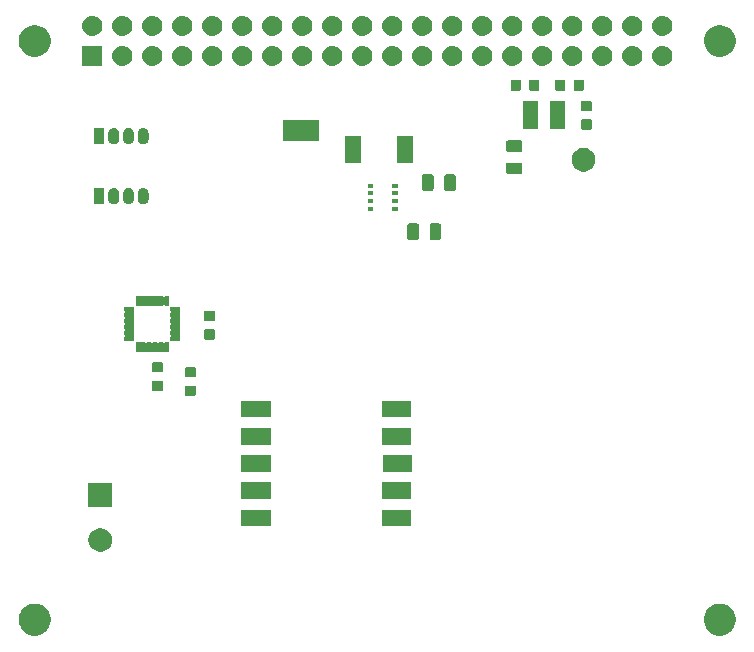
<source format=gts>
G04 #@! TF.GenerationSoftware,KiCad,Pcbnew,(5.1.0)-1*
G04 #@! TF.CreationDate,2019-05-14T12:18:11-07:00*
G04 #@! TF.ProjectId,ROVPCB,524f5650-4342-42e6-9b69-6361645f7063,rev?*
G04 #@! TF.SameCoordinates,Original*
G04 #@! TF.FileFunction,Soldermask,Top*
G04 #@! TF.FilePolarity,Negative*
%FSLAX46Y46*%
G04 Gerber Fmt 4.6, Leading zero omitted, Abs format (unit mm)*
G04 Created by KiCad (PCBNEW (5.1.0)-1) date 2019-05-14 12:18:11*
%MOMM*%
%LPD*%
G04 APERTURE LIST*
%ADD10C,0.150000*%
G04 APERTURE END LIST*
D10*
G36*
X261893779Y-145201879D02*
G01*
X262139463Y-145303645D01*
X262139465Y-145303646D01*
X262250769Y-145378017D01*
X262360574Y-145451386D01*
X262548614Y-145639426D01*
X262696355Y-145860537D01*
X262798121Y-146106221D01*
X262850000Y-146367035D01*
X262850000Y-146632965D01*
X262798121Y-146893779D01*
X262696355Y-147139463D01*
X262696354Y-147139465D01*
X262548613Y-147360575D01*
X262360575Y-147548613D01*
X262139465Y-147696354D01*
X262139464Y-147696355D01*
X262139463Y-147696355D01*
X261893779Y-147798121D01*
X261632965Y-147850000D01*
X261367035Y-147850000D01*
X261106221Y-147798121D01*
X260860537Y-147696355D01*
X260860536Y-147696355D01*
X260860535Y-147696354D01*
X260639425Y-147548613D01*
X260451387Y-147360575D01*
X260303646Y-147139465D01*
X260303645Y-147139463D01*
X260201879Y-146893779D01*
X260150000Y-146632965D01*
X260150000Y-146367035D01*
X260201879Y-146106221D01*
X260303645Y-145860537D01*
X260451386Y-145639426D01*
X260639426Y-145451386D01*
X260749231Y-145378017D01*
X260860535Y-145303646D01*
X260860537Y-145303645D01*
X261106221Y-145201879D01*
X261367035Y-145150000D01*
X261632965Y-145150000D01*
X261893779Y-145201879D01*
X261893779Y-145201879D01*
G37*
G36*
X203893779Y-145201879D02*
G01*
X204139463Y-145303645D01*
X204139465Y-145303646D01*
X204250769Y-145378017D01*
X204360574Y-145451386D01*
X204548614Y-145639426D01*
X204696355Y-145860537D01*
X204798121Y-146106221D01*
X204850000Y-146367035D01*
X204850000Y-146632965D01*
X204798121Y-146893779D01*
X204696355Y-147139463D01*
X204696354Y-147139465D01*
X204548613Y-147360575D01*
X204360575Y-147548613D01*
X204139465Y-147696354D01*
X204139464Y-147696355D01*
X204139463Y-147696355D01*
X203893779Y-147798121D01*
X203632965Y-147850000D01*
X203367035Y-147850000D01*
X203106221Y-147798121D01*
X202860537Y-147696355D01*
X202860536Y-147696355D01*
X202860535Y-147696354D01*
X202639425Y-147548613D01*
X202451387Y-147360575D01*
X202303646Y-147139465D01*
X202303645Y-147139463D01*
X202201879Y-146893779D01*
X202150000Y-146632965D01*
X202150000Y-146367035D01*
X202201879Y-146106221D01*
X202303645Y-145860537D01*
X202451386Y-145639426D01*
X202639426Y-145451386D01*
X202749231Y-145378017D01*
X202860535Y-145303646D01*
X202860537Y-145303645D01*
X203106221Y-145201879D01*
X203367035Y-145150000D01*
X203632965Y-145150000D01*
X203893779Y-145201879D01*
X203893779Y-145201879D01*
G37*
G36*
X209331539Y-138798919D02*
G01*
X209513437Y-138874264D01*
X209677135Y-138983643D01*
X209816357Y-139122865D01*
X209925736Y-139286563D01*
X210001081Y-139468461D01*
X210039490Y-139661557D01*
X210039490Y-139858443D01*
X210001081Y-140051539D01*
X209925736Y-140233437D01*
X209816357Y-140397135D01*
X209677135Y-140536357D01*
X209513437Y-140645736D01*
X209331539Y-140721081D01*
X209138443Y-140759490D01*
X208941557Y-140759490D01*
X208748461Y-140721081D01*
X208566563Y-140645736D01*
X208402865Y-140536357D01*
X208263643Y-140397135D01*
X208154264Y-140233437D01*
X208078919Y-140051539D01*
X208040510Y-139858443D01*
X208040510Y-139661557D01*
X208078919Y-139468461D01*
X208154264Y-139286563D01*
X208263643Y-139122865D01*
X208402865Y-138983643D01*
X208566563Y-138874264D01*
X208748461Y-138798919D01*
X208941557Y-138760510D01*
X209138443Y-138760510D01*
X209331539Y-138798919D01*
X209331539Y-138798919D01*
G37*
G36*
X235390000Y-138580000D02*
G01*
X232890000Y-138580000D01*
X232890000Y-137180000D01*
X235390000Y-137180000D01*
X235390000Y-138580000D01*
X235390000Y-138580000D01*
G37*
G36*
X223490000Y-138580000D02*
G01*
X220990000Y-138580000D01*
X220990000Y-137180000D01*
X223490000Y-137180000D01*
X223490000Y-138580000D01*
X223490000Y-138580000D01*
G37*
G36*
X210039490Y-136949490D02*
G01*
X208040510Y-136949490D01*
X208040510Y-134950510D01*
X210039490Y-134950510D01*
X210039490Y-136949490D01*
X210039490Y-136949490D01*
G37*
G36*
X235390000Y-136280000D02*
G01*
X232890000Y-136280000D01*
X232890000Y-134880000D01*
X235390000Y-134880000D01*
X235390000Y-136280000D01*
X235390000Y-136280000D01*
G37*
G36*
X223490000Y-136280000D02*
G01*
X220990000Y-136280000D01*
X220990000Y-134880000D01*
X223490000Y-134880000D01*
X223490000Y-136280000D01*
X223490000Y-136280000D01*
G37*
G36*
X235440000Y-133980000D02*
G01*
X232940000Y-133980000D01*
X232940000Y-132580000D01*
X235440000Y-132580000D01*
X235440000Y-133980000D01*
X235440000Y-133980000D01*
G37*
G36*
X223490000Y-133980000D02*
G01*
X220990000Y-133980000D01*
X220990000Y-132580000D01*
X223490000Y-132580000D01*
X223490000Y-133980000D01*
X223490000Y-133980000D01*
G37*
G36*
X235390000Y-131680000D02*
G01*
X232890000Y-131680000D01*
X232890000Y-130280000D01*
X235390000Y-130280000D01*
X235390000Y-131680000D01*
X235390000Y-131680000D01*
G37*
G36*
X223490000Y-131680000D02*
G01*
X220990000Y-131680000D01*
X220990000Y-130280000D01*
X223490000Y-130280000D01*
X223490000Y-131680000D01*
X223490000Y-131680000D01*
G37*
G36*
X223490000Y-129380000D02*
G01*
X220990000Y-129380000D01*
X220990000Y-127980000D01*
X223490000Y-127980000D01*
X223490000Y-129380000D01*
X223490000Y-129380000D01*
G37*
G36*
X235390000Y-129380000D02*
G01*
X232890000Y-129380000D01*
X232890000Y-127980000D01*
X235390000Y-127980000D01*
X235390000Y-129380000D01*
X235390000Y-129380000D01*
G37*
G36*
X217019116Y-126691095D02*
G01*
X217048311Y-126699952D01*
X217075223Y-126714337D01*
X217098808Y-126733692D01*
X217118163Y-126757277D01*
X217132548Y-126784189D01*
X217141405Y-126813384D01*
X217145000Y-126849890D01*
X217145000Y-127400110D01*
X217141405Y-127436616D01*
X217132548Y-127465811D01*
X217118163Y-127492723D01*
X217098808Y-127516308D01*
X217075223Y-127535663D01*
X217048311Y-127550048D01*
X217019116Y-127558905D01*
X216982610Y-127562500D01*
X216357390Y-127562500D01*
X216320884Y-127558905D01*
X216291689Y-127550048D01*
X216264777Y-127535663D01*
X216241192Y-127516308D01*
X216221837Y-127492723D01*
X216207452Y-127465811D01*
X216198595Y-127436616D01*
X216195000Y-127400110D01*
X216195000Y-126849890D01*
X216198595Y-126813384D01*
X216207452Y-126784189D01*
X216221837Y-126757277D01*
X216241192Y-126733692D01*
X216264777Y-126714337D01*
X216291689Y-126699952D01*
X216320884Y-126691095D01*
X216357390Y-126687500D01*
X216982610Y-126687500D01*
X217019116Y-126691095D01*
X217019116Y-126691095D01*
G37*
G36*
X214239116Y-126271095D02*
G01*
X214268311Y-126279952D01*
X214295223Y-126294337D01*
X214318808Y-126313692D01*
X214338163Y-126337277D01*
X214352548Y-126364189D01*
X214361405Y-126393384D01*
X214365000Y-126429890D01*
X214365000Y-126980110D01*
X214361405Y-127016616D01*
X214352548Y-127045811D01*
X214338163Y-127072723D01*
X214318808Y-127096308D01*
X214295223Y-127115663D01*
X214268311Y-127130048D01*
X214239116Y-127138905D01*
X214202610Y-127142500D01*
X213577390Y-127142500D01*
X213540884Y-127138905D01*
X213511689Y-127130048D01*
X213484777Y-127115663D01*
X213461192Y-127096308D01*
X213441837Y-127072723D01*
X213427452Y-127045811D01*
X213418595Y-127016616D01*
X213415000Y-126980110D01*
X213415000Y-126429890D01*
X213418595Y-126393384D01*
X213427452Y-126364189D01*
X213441837Y-126337277D01*
X213461192Y-126313692D01*
X213484777Y-126294337D01*
X213511689Y-126279952D01*
X213540884Y-126271095D01*
X213577390Y-126267500D01*
X214202610Y-126267500D01*
X214239116Y-126271095D01*
X214239116Y-126271095D01*
G37*
G36*
X217019116Y-125116095D02*
G01*
X217048311Y-125124952D01*
X217075223Y-125139337D01*
X217098808Y-125158692D01*
X217118163Y-125182277D01*
X217132548Y-125209189D01*
X217141405Y-125238384D01*
X217145000Y-125274890D01*
X217145000Y-125825110D01*
X217141405Y-125861616D01*
X217132548Y-125890811D01*
X217118163Y-125917723D01*
X217098808Y-125941308D01*
X217075223Y-125960663D01*
X217048311Y-125975048D01*
X217019116Y-125983905D01*
X216982610Y-125987500D01*
X216357390Y-125987500D01*
X216320884Y-125983905D01*
X216291689Y-125975048D01*
X216264777Y-125960663D01*
X216241192Y-125941308D01*
X216221837Y-125917723D01*
X216207452Y-125890811D01*
X216198595Y-125861616D01*
X216195000Y-125825110D01*
X216195000Y-125274890D01*
X216198595Y-125238384D01*
X216207452Y-125209189D01*
X216221837Y-125182277D01*
X216241192Y-125158692D01*
X216264777Y-125139337D01*
X216291689Y-125124952D01*
X216320884Y-125116095D01*
X216357390Y-125112500D01*
X216982610Y-125112500D01*
X217019116Y-125116095D01*
X217019116Y-125116095D01*
G37*
G36*
X214239116Y-124696095D02*
G01*
X214268311Y-124704952D01*
X214295223Y-124719337D01*
X214318808Y-124738692D01*
X214338163Y-124762277D01*
X214352548Y-124789189D01*
X214361405Y-124818384D01*
X214365000Y-124854890D01*
X214365000Y-125405110D01*
X214361405Y-125441616D01*
X214352548Y-125470811D01*
X214338163Y-125497723D01*
X214318808Y-125521308D01*
X214295223Y-125540663D01*
X214268311Y-125555048D01*
X214239116Y-125563905D01*
X214202610Y-125567500D01*
X213577390Y-125567500D01*
X213540884Y-125563905D01*
X213511689Y-125555048D01*
X213484777Y-125540663D01*
X213461192Y-125521308D01*
X213441837Y-125497723D01*
X213427452Y-125470811D01*
X213418595Y-125441616D01*
X213415000Y-125405110D01*
X213415000Y-124854890D01*
X213418595Y-124818384D01*
X213427452Y-124789189D01*
X213441837Y-124762277D01*
X213461192Y-124738692D01*
X213484777Y-124719337D01*
X213511689Y-124704952D01*
X213540884Y-124696095D01*
X213577390Y-124692500D01*
X214202610Y-124692500D01*
X214239116Y-124696095D01*
X214239116Y-124696095D01*
G37*
G36*
X212339823Y-122995833D02*
G01*
X212342051Y-122996509D01*
X212344106Y-122997608D01*
X212345908Y-122999087D01*
X212353375Y-123008185D01*
X212370703Y-123025511D01*
X212391077Y-123039125D01*
X212413716Y-123048502D01*
X212437749Y-123053282D01*
X212462253Y-123053282D01*
X212486287Y-123048501D01*
X212508925Y-123039124D01*
X212529300Y-123025510D01*
X212546625Y-123008185D01*
X212554092Y-122999087D01*
X212555894Y-122997608D01*
X212557949Y-122996509D01*
X212560177Y-122995833D01*
X212568640Y-122995000D01*
X212831360Y-122995000D01*
X212839823Y-122995833D01*
X212842051Y-122996509D01*
X212844106Y-122997608D01*
X212845908Y-122999087D01*
X212853375Y-123008185D01*
X212870703Y-123025511D01*
X212891077Y-123039125D01*
X212913716Y-123048502D01*
X212937749Y-123053282D01*
X212962253Y-123053282D01*
X212986287Y-123048501D01*
X213008925Y-123039124D01*
X213029300Y-123025510D01*
X213046625Y-123008185D01*
X213054092Y-122999087D01*
X213055894Y-122997608D01*
X213057949Y-122996509D01*
X213060177Y-122995833D01*
X213068640Y-122995000D01*
X213331360Y-122995000D01*
X213339823Y-122995833D01*
X213342051Y-122996509D01*
X213344106Y-122997608D01*
X213345908Y-122999087D01*
X213353375Y-123008185D01*
X213370703Y-123025511D01*
X213391077Y-123039125D01*
X213413716Y-123048502D01*
X213437749Y-123053282D01*
X213462253Y-123053282D01*
X213486287Y-123048501D01*
X213508925Y-123039124D01*
X213529300Y-123025510D01*
X213546625Y-123008185D01*
X213554092Y-122999087D01*
X213555894Y-122997608D01*
X213557949Y-122996509D01*
X213560177Y-122995833D01*
X213568640Y-122995000D01*
X213831360Y-122995000D01*
X213839823Y-122995833D01*
X213842051Y-122996509D01*
X213844106Y-122997608D01*
X213845908Y-122999087D01*
X213853375Y-123008185D01*
X213870703Y-123025511D01*
X213891077Y-123039125D01*
X213913716Y-123048502D01*
X213937749Y-123053282D01*
X213962253Y-123053282D01*
X213986287Y-123048501D01*
X214008925Y-123039124D01*
X214029300Y-123025510D01*
X214046625Y-123008185D01*
X214054092Y-122999087D01*
X214055894Y-122997608D01*
X214057949Y-122996509D01*
X214060177Y-122995833D01*
X214068640Y-122995000D01*
X214331360Y-122995000D01*
X214339823Y-122995833D01*
X214342051Y-122996509D01*
X214344106Y-122997608D01*
X214345908Y-122999087D01*
X214353375Y-123008185D01*
X214370703Y-123025511D01*
X214391077Y-123039125D01*
X214413716Y-123048502D01*
X214437749Y-123053282D01*
X214462253Y-123053282D01*
X214486287Y-123048501D01*
X214508925Y-123039124D01*
X214529300Y-123025510D01*
X214546625Y-123008185D01*
X214554092Y-122999087D01*
X214555894Y-122997608D01*
X214557949Y-122996509D01*
X214560177Y-122995833D01*
X214568640Y-122995000D01*
X214831357Y-122995000D01*
X214839113Y-122995764D01*
X214849236Y-122995764D01*
X214849236Y-123005887D01*
X214850000Y-123013643D01*
X214850000Y-123826360D01*
X214849167Y-123834823D01*
X214848491Y-123837051D01*
X214847392Y-123839106D01*
X214845911Y-123840911D01*
X214844106Y-123842392D01*
X214842051Y-123843491D01*
X214839823Y-123844167D01*
X214831360Y-123845000D01*
X214568640Y-123845000D01*
X214560177Y-123844167D01*
X214557949Y-123843491D01*
X214555894Y-123842392D01*
X214554092Y-123840913D01*
X214546625Y-123831815D01*
X214529297Y-123814489D01*
X214508923Y-123800875D01*
X214486284Y-123791498D01*
X214462251Y-123786718D01*
X214437747Y-123786718D01*
X214413713Y-123791499D01*
X214391075Y-123800876D01*
X214370700Y-123814490D01*
X214353375Y-123831815D01*
X214345908Y-123840913D01*
X214344106Y-123842392D01*
X214342051Y-123843491D01*
X214339823Y-123844167D01*
X214331360Y-123845000D01*
X214068640Y-123845000D01*
X214060177Y-123844167D01*
X214057949Y-123843491D01*
X214055894Y-123842392D01*
X214054092Y-123840913D01*
X214046625Y-123831815D01*
X214029297Y-123814489D01*
X214008923Y-123800875D01*
X213986284Y-123791498D01*
X213962251Y-123786718D01*
X213937747Y-123786718D01*
X213913713Y-123791499D01*
X213891075Y-123800876D01*
X213870700Y-123814490D01*
X213853375Y-123831815D01*
X213845908Y-123840913D01*
X213844106Y-123842392D01*
X213842051Y-123843491D01*
X213839823Y-123844167D01*
X213831360Y-123845000D01*
X213568640Y-123845000D01*
X213560177Y-123844167D01*
X213557949Y-123843491D01*
X213555894Y-123842392D01*
X213554092Y-123840913D01*
X213546625Y-123831815D01*
X213529297Y-123814489D01*
X213508923Y-123800875D01*
X213486284Y-123791498D01*
X213462251Y-123786718D01*
X213437747Y-123786718D01*
X213413713Y-123791499D01*
X213391075Y-123800876D01*
X213370700Y-123814490D01*
X213353375Y-123831815D01*
X213345908Y-123840913D01*
X213344106Y-123842392D01*
X213342051Y-123843491D01*
X213339823Y-123844167D01*
X213331360Y-123845000D01*
X213068640Y-123845000D01*
X213060177Y-123844167D01*
X213057949Y-123843491D01*
X213055894Y-123842392D01*
X213054092Y-123840913D01*
X213046625Y-123831815D01*
X213029297Y-123814489D01*
X213008923Y-123800875D01*
X212986284Y-123791498D01*
X212962251Y-123786718D01*
X212937747Y-123786718D01*
X212913713Y-123791499D01*
X212891075Y-123800876D01*
X212870700Y-123814490D01*
X212853375Y-123831815D01*
X212845908Y-123840913D01*
X212844106Y-123842392D01*
X212842051Y-123843491D01*
X212839823Y-123844167D01*
X212831360Y-123845000D01*
X212568640Y-123845000D01*
X212560177Y-123844167D01*
X212557949Y-123843491D01*
X212555894Y-123842392D01*
X212554092Y-123840913D01*
X212546625Y-123831815D01*
X212529297Y-123814489D01*
X212508923Y-123800875D01*
X212486284Y-123791498D01*
X212462251Y-123786718D01*
X212437747Y-123786718D01*
X212413713Y-123791499D01*
X212391075Y-123800876D01*
X212370700Y-123814490D01*
X212353375Y-123831815D01*
X212345908Y-123840913D01*
X212344106Y-123842392D01*
X212342051Y-123843491D01*
X212339823Y-123844167D01*
X212331360Y-123845000D01*
X212068640Y-123845000D01*
X212060177Y-123844167D01*
X212057949Y-123843491D01*
X212055894Y-123842392D01*
X212054089Y-123840911D01*
X212052608Y-123839106D01*
X212051509Y-123837051D01*
X212050833Y-123834823D01*
X212050000Y-123826360D01*
X212050000Y-123013643D01*
X212050764Y-123005887D01*
X212050764Y-122995764D01*
X212060887Y-122995764D01*
X212068643Y-122995000D01*
X212331360Y-122995000D01*
X212339823Y-122995833D01*
X212339823Y-122995833D01*
G37*
G36*
X215814823Y-120070833D02*
G01*
X215817051Y-120071509D01*
X215819106Y-120072608D01*
X215820911Y-120074089D01*
X215822392Y-120075894D01*
X215823491Y-120077949D01*
X215824167Y-120080177D01*
X215825000Y-120088640D01*
X215825000Y-120351360D01*
X215824167Y-120359823D01*
X215823491Y-120362051D01*
X215822392Y-120364106D01*
X215820913Y-120365908D01*
X215811815Y-120373375D01*
X215794489Y-120390703D01*
X215780875Y-120411077D01*
X215771498Y-120433716D01*
X215766718Y-120457749D01*
X215766718Y-120482253D01*
X215771499Y-120506287D01*
X215780876Y-120528925D01*
X215794490Y-120549300D01*
X215811815Y-120566625D01*
X215820913Y-120574092D01*
X215822392Y-120575894D01*
X215823491Y-120577949D01*
X215824167Y-120580177D01*
X215825000Y-120588640D01*
X215825000Y-120851360D01*
X215824167Y-120859823D01*
X215823491Y-120862051D01*
X215822392Y-120864106D01*
X215820913Y-120865908D01*
X215811815Y-120873375D01*
X215794489Y-120890703D01*
X215780875Y-120911077D01*
X215771498Y-120933716D01*
X215766718Y-120957749D01*
X215766718Y-120982253D01*
X215771499Y-121006287D01*
X215780876Y-121028925D01*
X215794490Y-121049300D01*
X215811815Y-121066625D01*
X215820913Y-121074092D01*
X215822392Y-121075894D01*
X215823491Y-121077949D01*
X215824167Y-121080177D01*
X215825000Y-121088640D01*
X215825000Y-121351360D01*
X215824167Y-121359823D01*
X215823491Y-121362051D01*
X215822392Y-121364106D01*
X215820913Y-121365908D01*
X215811815Y-121373375D01*
X215794489Y-121390703D01*
X215780875Y-121411077D01*
X215771498Y-121433716D01*
X215766718Y-121457749D01*
X215766718Y-121482253D01*
X215771499Y-121506287D01*
X215780876Y-121528925D01*
X215794490Y-121549300D01*
X215811815Y-121566625D01*
X215820913Y-121574092D01*
X215822392Y-121575894D01*
X215823491Y-121577949D01*
X215824167Y-121580177D01*
X215825000Y-121588640D01*
X215825000Y-121851360D01*
X215824167Y-121859823D01*
X215823491Y-121862051D01*
X215822392Y-121864106D01*
X215820913Y-121865908D01*
X215811815Y-121873375D01*
X215794489Y-121890703D01*
X215780875Y-121911077D01*
X215771498Y-121933716D01*
X215766718Y-121957749D01*
X215766718Y-121982253D01*
X215771499Y-122006287D01*
X215780876Y-122028925D01*
X215794490Y-122049300D01*
X215811815Y-122066625D01*
X215820913Y-122074092D01*
X215822392Y-122075894D01*
X215823491Y-122077949D01*
X215824167Y-122080177D01*
X215825000Y-122088640D01*
X215825000Y-122351360D01*
X215824167Y-122359823D01*
X215823491Y-122362051D01*
X215822392Y-122364106D01*
X215820913Y-122365908D01*
X215811815Y-122373375D01*
X215794489Y-122390703D01*
X215780875Y-122411077D01*
X215771498Y-122433716D01*
X215766718Y-122457749D01*
X215766718Y-122482253D01*
X215771499Y-122506287D01*
X215780876Y-122528925D01*
X215794490Y-122549300D01*
X215811815Y-122566625D01*
X215820913Y-122574092D01*
X215822392Y-122575894D01*
X215823491Y-122577949D01*
X215824167Y-122580177D01*
X215825000Y-122588640D01*
X215825000Y-122851360D01*
X215824167Y-122859823D01*
X215823491Y-122862051D01*
X215822392Y-122864106D01*
X215820911Y-122865911D01*
X215819106Y-122867392D01*
X215817051Y-122868491D01*
X215814823Y-122869167D01*
X215806360Y-122870000D01*
X214993643Y-122870000D01*
X214985887Y-122869236D01*
X214975764Y-122869236D01*
X214975764Y-122859113D01*
X214975000Y-122851357D01*
X214975000Y-122588640D01*
X214975833Y-122580177D01*
X214976509Y-122577949D01*
X214977608Y-122575894D01*
X214979087Y-122574092D01*
X214988185Y-122566625D01*
X215005511Y-122549297D01*
X215019125Y-122528923D01*
X215028502Y-122506284D01*
X215033282Y-122482251D01*
X215033282Y-122457747D01*
X215028501Y-122433713D01*
X215019124Y-122411075D01*
X215005510Y-122390700D01*
X214988185Y-122373375D01*
X214979087Y-122365908D01*
X214977608Y-122364106D01*
X214976509Y-122362051D01*
X214975833Y-122359823D01*
X214975000Y-122351360D01*
X214975000Y-122088640D01*
X214975833Y-122080177D01*
X214976509Y-122077949D01*
X214977608Y-122075894D01*
X214979087Y-122074092D01*
X214988185Y-122066625D01*
X215005511Y-122049297D01*
X215019125Y-122028923D01*
X215028502Y-122006284D01*
X215033282Y-121982251D01*
X215033282Y-121957747D01*
X215028501Y-121933713D01*
X215019124Y-121911075D01*
X215005510Y-121890700D01*
X214988185Y-121873375D01*
X214979087Y-121865908D01*
X214977608Y-121864106D01*
X214976509Y-121862051D01*
X214975833Y-121859823D01*
X214975000Y-121851360D01*
X214975000Y-121588640D01*
X214975833Y-121580177D01*
X214976509Y-121577949D01*
X214977608Y-121575894D01*
X214979087Y-121574092D01*
X214988185Y-121566625D01*
X215005511Y-121549297D01*
X215019125Y-121528923D01*
X215028502Y-121506284D01*
X215033282Y-121482251D01*
X215033282Y-121457747D01*
X215028501Y-121433713D01*
X215019124Y-121411075D01*
X215005510Y-121390700D01*
X214988185Y-121373375D01*
X214979087Y-121365908D01*
X214977608Y-121364106D01*
X214976509Y-121362051D01*
X214975833Y-121359823D01*
X214975000Y-121351360D01*
X214975000Y-121088640D01*
X214975833Y-121080177D01*
X214976509Y-121077949D01*
X214977608Y-121075894D01*
X214979087Y-121074092D01*
X214988185Y-121066625D01*
X215005511Y-121049297D01*
X215019125Y-121028923D01*
X215028502Y-121006284D01*
X215033282Y-120982251D01*
X215033282Y-120957747D01*
X215028501Y-120933713D01*
X215019124Y-120911075D01*
X215005510Y-120890700D01*
X214988185Y-120873375D01*
X214979087Y-120865908D01*
X214977608Y-120864106D01*
X214976509Y-120862051D01*
X214975833Y-120859823D01*
X214975000Y-120851360D01*
X214975000Y-120588640D01*
X214975833Y-120580177D01*
X214976509Y-120577949D01*
X214977608Y-120575894D01*
X214979087Y-120574092D01*
X214988185Y-120566625D01*
X215005511Y-120549297D01*
X215019125Y-120528923D01*
X215028502Y-120506284D01*
X215033282Y-120482251D01*
X215033282Y-120457747D01*
X215028501Y-120433713D01*
X215019124Y-120411075D01*
X215005510Y-120390700D01*
X214988185Y-120373375D01*
X214979087Y-120365908D01*
X214977608Y-120364106D01*
X214976509Y-120362051D01*
X214975833Y-120359823D01*
X214975000Y-120351360D01*
X214975000Y-120088643D01*
X214975764Y-120080887D01*
X214975764Y-120070764D01*
X214985887Y-120070764D01*
X214993643Y-120070000D01*
X215806360Y-120070000D01*
X215814823Y-120070833D01*
X215814823Y-120070833D01*
G37*
G36*
X211914113Y-120070764D02*
G01*
X211924236Y-120070764D01*
X211924236Y-120080887D01*
X211925000Y-120088643D01*
X211925000Y-120351360D01*
X211924167Y-120359823D01*
X211923491Y-120362051D01*
X211922392Y-120364106D01*
X211920913Y-120365908D01*
X211911815Y-120373375D01*
X211894489Y-120390703D01*
X211880875Y-120411077D01*
X211871498Y-120433716D01*
X211866718Y-120457749D01*
X211866718Y-120482253D01*
X211871499Y-120506287D01*
X211880876Y-120528925D01*
X211894490Y-120549300D01*
X211911815Y-120566625D01*
X211920913Y-120574092D01*
X211922392Y-120575894D01*
X211923491Y-120577949D01*
X211924167Y-120580177D01*
X211925000Y-120588640D01*
X211925000Y-120851360D01*
X211924167Y-120859823D01*
X211923491Y-120862051D01*
X211922392Y-120864106D01*
X211920913Y-120865908D01*
X211911815Y-120873375D01*
X211894489Y-120890703D01*
X211880875Y-120911077D01*
X211871498Y-120933716D01*
X211866718Y-120957749D01*
X211866718Y-120982253D01*
X211871499Y-121006287D01*
X211880876Y-121028925D01*
X211894490Y-121049300D01*
X211911815Y-121066625D01*
X211920913Y-121074092D01*
X211922392Y-121075894D01*
X211923491Y-121077949D01*
X211924167Y-121080177D01*
X211925000Y-121088640D01*
X211925000Y-121351360D01*
X211924167Y-121359823D01*
X211923491Y-121362051D01*
X211922392Y-121364106D01*
X211920913Y-121365908D01*
X211911815Y-121373375D01*
X211894489Y-121390703D01*
X211880875Y-121411077D01*
X211871498Y-121433716D01*
X211866718Y-121457749D01*
X211866718Y-121482253D01*
X211871499Y-121506287D01*
X211880876Y-121528925D01*
X211894490Y-121549300D01*
X211911815Y-121566625D01*
X211920913Y-121574092D01*
X211922392Y-121575894D01*
X211923491Y-121577949D01*
X211924167Y-121580177D01*
X211925000Y-121588640D01*
X211925000Y-121851360D01*
X211924167Y-121859823D01*
X211923491Y-121862051D01*
X211922392Y-121864106D01*
X211920913Y-121865908D01*
X211911815Y-121873375D01*
X211894489Y-121890703D01*
X211880875Y-121911077D01*
X211871498Y-121933716D01*
X211866718Y-121957749D01*
X211866718Y-121982253D01*
X211871499Y-122006287D01*
X211880876Y-122028925D01*
X211894490Y-122049300D01*
X211911815Y-122066625D01*
X211920913Y-122074092D01*
X211922392Y-122075894D01*
X211923491Y-122077949D01*
X211924167Y-122080177D01*
X211925000Y-122088640D01*
X211925000Y-122351360D01*
X211924167Y-122359823D01*
X211923491Y-122362051D01*
X211922392Y-122364106D01*
X211920913Y-122365908D01*
X211911815Y-122373375D01*
X211894489Y-122390703D01*
X211880875Y-122411077D01*
X211871498Y-122433716D01*
X211866718Y-122457749D01*
X211866718Y-122482253D01*
X211871499Y-122506287D01*
X211880876Y-122528925D01*
X211894490Y-122549300D01*
X211911815Y-122566625D01*
X211920913Y-122574092D01*
X211922392Y-122575894D01*
X211923491Y-122577949D01*
X211924167Y-122580177D01*
X211925000Y-122588640D01*
X211925000Y-122851357D01*
X211924236Y-122859113D01*
X211924236Y-122869236D01*
X211914113Y-122869236D01*
X211906357Y-122870000D01*
X211093640Y-122870000D01*
X211085177Y-122869167D01*
X211082949Y-122868491D01*
X211080894Y-122867392D01*
X211079089Y-122865911D01*
X211077608Y-122864106D01*
X211076509Y-122862051D01*
X211075833Y-122859823D01*
X211075000Y-122851360D01*
X211075000Y-122588640D01*
X211075833Y-122580177D01*
X211076509Y-122577949D01*
X211077608Y-122575894D01*
X211079087Y-122574092D01*
X211088185Y-122566625D01*
X211105511Y-122549297D01*
X211119125Y-122528923D01*
X211128502Y-122506284D01*
X211133282Y-122482251D01*
X211133282Y-122457747D01*
X211128501Y-122433713D01*
X211119124Y-122411075D01*
X211105510Y-122390700D01*
X211088185Y-122373375D01*
X211079087Y-122365908D01*
X211077608Y-122364106D01*
X211076509Y-122362051D01*
X211075833Y-122359823D01*
X211075000Y-122351360D01*
X211075000Y-122088640D01*
X211075833Y-122080177D01*
X211076509Y-122077949D01*
X211077608Y-122075894D01*
X211079087Y-122074092D01*
X211088185Y-122066625D01*
X211105511Y-122049297D01*
X211119125Y-122028923D01*
X211128502Y-122006284D01*
X211133282Y-121982251D01*
X211133282Y-121957747D01*
X211128501Y-121933713D01*
X211119124Y-121911075D01*
X211105510Y-121890700D01*
X211088185Y-121873375D01*
X211079087Y-121865908D01*
X211077608Y-121864106D01*
X211076509Y-121862051D01*
X211075833Y-121859823D01*
X211075000Y-121851360D01*
X211075000Y-121588640D01*
X211075833Y-121580177D01*
X211076509Y-121577949D01*
X211077608Y-121575894D01*
X211079087Y-121574092D01*
X211088185Y-121566625D01*
X211105511Y-121549297D01*
X211119125Y-121528923D01*
X211128502Y-121506284D01*
X211133282Y-121482251D01*
X211133282Y-121457747D01*
X211128501Y-121433713D01*
X211119124Y-121411075D01*
X211105510Y-121390700D01*
X211088185Y-121373375D01*
X211079087Y-121365908D01*
X211077608Y-121364106D01*
X211076509Y-121362051D01*
X211075833Y-121359823D01*
X211075000Y-121351360D01*
X211075000Y-121088640D01*
X211075833Y-121080177D01*
X211076509Y-121077949D01*
X211077608Y-121075894D01*
X211079087Y-121074092D01*
X211088185Y-121066625D01*
X211105511Y-121049297D01*
X211119125Y-121028923D01*
X211128502Y-121006284D01*
X211133282Y-120982251D01*
X211133282Y-120957747D01*
X211128501Y-120933713D01*
X211119124Y-120911075D01*
X211105510Y-120890700D01*
X211088185Y-120873375D01*
X211079087Y-120865908D01*
X211077608Y-120864106D01*
X211076509Y-120862051D01*
X211075833Y-120859823D01*
X211075000Y-120851360D01*
X211075000Y-120588640D01*
X211075833Y-120580177D01*
X211076509Y-120577949D01*
X211077608Y-120575894D01*
X211079087Y-120574092D01*
X211088185Y-120566625D01*
X211105511Y-120549297D01*
X211119125Y-120528923D01*
X211128502Y-120506284D01*
X211133282Y-120482251D01*
X211133282Y-120457747D01*
X211128501Y-120433713D01*
X211119124Y-120411075D01*
X211105510Y-120390700D01*
X211088185Y-120373375D01*
X211079087Y-120365908D01*
X211077608Y-120364106D01*
X211076509Y-120362051D01*
X211075833Y-120359823D01*
X211075000Y-120351360D01*
X211075000Y-120088640D01*
X211075833Y-120080177D01*
X211076509Y-120077949D01*
X211077608Y-120075894D01*
X211079089Y-120074089D01*
X211080894Y-120072608D01*
X211082949Y-120071509D01*
X211085177Y-120070833D01*
X211093640Y-120070000D01*
X211906357Y-120070000D01*
X211914113Y-120070764D01*
X211914113Y-120070764D01*
G37*
G36*
X218639116Y-121936095D02*
G01*
X218668311Y-121944952D01*
X218695223Y-121959337D01*
X218718808Y-121978692D01*
X218738163Y-122002277D01*
X218752548Y-122029189D01*
X218761405Y-122058384D01*
X218765000Y-122094890D01*
X218765000Y-122645110D01*
X218761405Y-122681616D01*
X218752548Y-122710811D01*
X218738163Y-122737723D01*
X218718808Y-122761308D01*
X218695223Y-122780663D01*
X218668311Y-122795048D01*
X218639116Y-122803905D01*
X218602610Y-122807500D01*
X217977390Y-122807500D01*
X217940884Y-122803905D01*
X217911689Y-122795048D01*
X217884777Y-122780663D01*
X217861192Y-122761308D01*
X217841837Y-122737723D01*
X217827452Y-122710811D01*
X217818595Y-122681616D01*
X217815000Y-122645110D01*
X217815000Y-122094890D01*
X217818595Y-122058384D01*
X217827452Y-122029189D01*
X217841837Y-122002277D01*
X217861192Y-121978692D01*
X217884777Y-121959337D01*
X217911689Y-121944952D01*
X217940884Y-121936095D01*
X217977390Y-121932500D01*
X218602610Y-121932500D01*
X218639116Y-121936095D01*
X218639116Y-121936095D01*
G37*
G36*
X218639116Y-120361095D02*
G01*
X218668311Y-120369952D01*
X218695223Y-120384337D01*
X218718808Y-120403692D01*
X218738163Y-120427277D01*
X218752548Y-120454189D01*
X218761405Y-120483384D01*
X218765000Y-120519890D01*
X218765000Y-121070110D01*
X218761405Y-121106616D01*
X218752548Y-121135811D01*
X218738163Y-121162723D01*
X218718808Y-121186308D01*
X218695223Y-121205663D01*
X218668311Y-121220048D01*
X218639116Y-121228905D01*
X218602610Y-121232500D01*
X217977390Y-121232500D01*
X217940884Y-121228905D01*
X217911689Y-121220048D01*
X217884777Y-121205663D01*
X217861192Y-121186308D01*
X217841837Y-121162723D01*
X217827452Y-121135811D01*
X217818595Y-121106616D01*
X217815000Y-121070110D01*
X217815000Y-120519890D01*
X217818595Y-120483384D01*
X217827452Y-120454189D01*
X217841837Y-120427277D01*
X217861192Y-120403692D01*
X217884777Y-120384337D01*
X217911689Y-120369952D01*
X217940884Y-120361095D01*
X217977390Y-120357500D01*
X218602610Y-120357500D01*
X218639116Y-120361095D01*
X218639116Y-120361095D01*
G37*
G36*
X212339823Y-119095833D02*
G01*
X212342051Y-119096509D01*
X212344106Y-119097608D01*
X212345908Y-119099087D01*
X212353375Y-119108185D01*
X212370703Y-119125511D01*
X212391077Y-119139125D01*
X212413716Y-119148502D01*
X212437749Y-119153282D01*
X212462253Y-119153282D01*
X212486287Y-119148501D01*
X212508925Y-119139124D01*
X212529300Y-119125510D01*
X212546625Y-119108185D01*
X212554092Y-119099087D01*
X212555894Y-119097608D01*
X212557949Y-119096509D01*
X212560177Y-119095833D01*
X212568640Y-119095000D01*
X212831360Y-119095000D01*
X212839823Y-119095833D01*
X212842051Y-119096509D01*
X212844106Y-119097608D01*
X212845908Y-119099087D01*
X212853375Y-119108185D01*
X212870703Y-119125511D01*
X212891077Y-119139125D01*
X212913716Y-119148502D01*
X212937749Y-119153282D01*
X212962253Y-119153282D01*
X212986287Y-119148501D01*
X213008925Y-119139124D01*
X213029300Y-119125510D01*
X213046625Y-119108185D01*
X213054092Y-119099087D01*
X213055894Y-119097608D01*
X213057949Y-119096509D01*
X213060177Y-119095833D01*
X213068640Y-119095000D01*
X213331360Y-119095000D01*
X213339823Y-119095833D01*
X213342051Y-119096509D01*
X213344106Y-119097608D01*
X213345908Y-119099087D01*
X213353375Y-119108185D01*
X213370703Y-119125511D01*
X213391077Y-119139125D01*
X213413716Y-119148502D01*
X213437749Y-119153282D01*
X213462253Y-119153282D01*
X213486287Y-119148501D01*
X213508925Y-119139124D01*
X213529300Y-119125510D01*
X213546625Y-119108185D01*
X213554092Y-119099087D01*
X213555894Y-119097608D01*
X213557949Y-119096509D01*
X213560177Y-119095833D01*
X213568640Y-119095000D01*
X213831360Y-119095000D01*
X213839823Y-119095833D01*
X213842051Y-119096509D01*
X213844106Y-119097608D01*
X213845908Y-119099087D01*
X213853375Y-119108185D01*
X213870703Y-119125511D01*
X213891077Y-119139125D01*
X213913716Y-119148502D01*
X213937749Y-119153282D01*
X213962253Y-119153282D01*
X213986287Y-119148501D01*
X214008925Y-119139124D01*
X214029300Y-119125510D01*
X214046625Y-119108185D01*
X214054092Y-119099087D01*
X214055894Y-119097608D01*
X214057949Y-119096509D01*
X214060177Y-119095833D01*
X214068640Y-119095000D01*
X214331360Y-119095000D01*
X214339823Y-119095833D01*
X214342051Y-119096509D01*
X214344106Y-119097608D01*
X214345908Y-119099087D01*
X214353375Y-119108185D01*
X214370703Y-119125511D01*
X214391077Y-119139125D01*
X214413716Y-119148502D01*
X214437749Y-119153282D01*
X214462253Y-119153282D01*
X214486287Y-119148501D01*
X214508925Y-119139124D01*
X214529300Y-119125510D01*
X214546625Y-119108185D01*
X214554092Y-119099087D01*
X214555894Y-119097608D01*
X214557949Y-119096509D01*
X214560177Y-119095833D01*
X214568640Y-119095000D01*
X214831360Y-119095000D01*
X214839823Y-119095833D01*
X214842051Y-119096509D01*
X214844106Y-119097608D01*
X214845911Y-119099089D01*
X214847392Y-119100894D01*
X214848491Y-119102949D01*
X214849167Y-119105177D01*
X214850000Y-119113640D01*
X214850000Y-119926357D01*
X214849236Y-119934113D01*
X214849236Y-119944236D01*
X214839113Y-119944236D01*
X214831357Y-119945000D01*
X214568640Y-119945000D01*
X214560177Y-119944167D01*
X214557949Y-119943491D01*
X214555894Y-119942392D01*
X214554092Y-119940913D01*
X214546625Y-119931815D01*
X214529297Y-119914489D01*
X214508923Y-119900875D01*
X214486284Y-119891498D01*
X214462251Y-119886718D01*
X214437747Y-119886718D01*
X214413713Y-119891499D01*
X214391075Y-119900876D01*
X214370700Y-119914490D01*
X214353375Y-119931815D01*
X214345908Y-119940913D01*
X214344106Y-119942392D01*
X214342051Y-119943491D01*
X214339823Y-119944167D01*
X214331360Y-119945000D01*
X214068640Y-119945000D01*
X214060177Y-119944167D01*
X214057949Y-119943491D01*
X214055894Y-119942392D01*
X214054092Y-119940913D01*
X214046625Y-119931815D01*
X214029297Y-119914489D01*
X214008923Y-119900875D01*
X213986284Y-119891498D01*
X213962251Y-119886718D01*
X213937747Y-119886718D01*
X213913713Y-119891499D01*
X213891075Y-119900876D01*
X213870700Y-119914490D01*
X213853375Y-119931815D01*
X213845908Y-119940913D01*
X213844106Y-119942392D01*
X213842051Y-119943491D01*
X213839823Y-119944167D01*
X213831360Y-119945000D01*
X213568640Y-119945000D01*
X213560177Y-119944167D01*
X213557949Y-119943491D01*
X213555894Y-119942392D01*
X213554092Y-119940913D01*
X213546625Y-119931815D01*
X213529297Y-119914489D01*
X213508923Y-119900875D01*
X213486284Y-119891498D01*
X213462251Y-119886718D01*
X213437747Y-119886718D01*
X213413713Y-119891499D01*
X213391075Y-119900876D01*
X213370700Y-119914490D01*
X213353375Y-119931815D01*
X213345908Y-119940913D01*
X213344106Y-119942392D01*
X213342051Y-119943491D01*
X213339823Y-119944167D01*
X213331360Y-119945000D01*
X213068640Y-119945000D01*
X213060177Y-119944167D01*
X213057949Y-119943491D01*
X213055894Y-119942392D01*
X213054092Y-119940913D01*
X213046625Y-119931815D01*
X213029297Y-119914489D01*
X213008923Y-119900875D01*
X212986284Y-119891498D01*
X212962251Y-119886718D01*
X212937747Y-119886718D01*
X212913713Y-119891499D01*
X212891075Y-119900876D01*
X212870700Y-119914490D01*
X212853375Y-119931815D01*
X212845908Y-119940913D01*
X212844106Y-119942392D01*
X212842051Y-119943491D01*
X212839823Y-119944167D01*
X212831360Y-119945000D01*
X212568640Y-119945000D01*
X212560177Y-119944167D01*
X212557949Y-119943491D01*
X212555894Y-119942392D01*
X212554092Y-119940913D01*
X212546625Y-119931815D01*
X212529297Y-119914489D01*
X212508923Y-119900875D01*
X212486284Y-119891498D01*
X212462251Y-119886718D01*
X212437747Y-119886718D01*
X212413713Y-119891499D01*
X212391075Y-119900876D01*
X212370700Y-119914490D01*
X212353375Y-119931815D01*
X212345908Y-119940913D01*
X212344106Y-119942392D01*
X212342051Y-119943491D01*
X212339823Y-119944167D01*
X212331360Y-119945000D01*
X212068643Y-119945000D01*
X212060887Y-119944236D01*
X212050764Y-119944236D01*
X212050764Y-119934113D01*
X212050000Y-119926357D01*
X212050000Y-119113640D01*
X212050833Y-119105177D01*
X212051509Y-119102949D01*
X212052608Y-119100894D01*
X212054089Y-119099089D01*
X212055894Y-119097608D01*
X212057949Y-119096509D01*
X212060177Y-119095833D01*
X212068640Y-119095000D01*
X212331360Y-119095000D01*
X212339823Y-119095833D01*
X212339823Y-119095833D01*
G37*
G36*
X235876491Y-112954075D02*
G01*
X235910379Y-112964355D01*
X235941612Y-112981050D01*
X235968986Y-113003514D01*
X235991450Y-113030888D01*
X236008145Y-113062121D01*
X236018425Y-113096009D01*
X236022500Y-113137388D01*
X236022500Y-114162612D01*
X236018425Y-114203991D01*
X236008145Y-114237879D01*
X235991450Y-114269112D01*
X235968986Y-114296486D01*
X235941612Y-114318950D01*
X235910379Y-114335645D01*
X235876491Y-114345925D01*
X235835112Y-114350000D01*
X235234888Y-114350000D01*
X235193509Y-114345925D01*
X235159621Y-114335645D01*
X235128388Y-114318950D01*
X235101014Y-114296486D01*
X235078550Y-114269112D01*
X235061855Y-114237879D01*
X235051575Y-114203991D01*
X235047500Y-114162612D01*
X235047500Y-113137388D01*
X235051575Y-113096009D01*
X235061855Y-113062121D01*
X235078550Y-113030888D01*
X235101014Y-113003514D01*
X235128388Y-112981050D01*
X235159621Y-112964355D01*
X235193509Y-112954075D01*
X235234888Y-112950000D01*
X235835112Y-112950000D01*
X235876491Y-112954075D01*
X235876491Y-112954075D01*
G37*
G36*
X237751491Y-112954075D02*
G01*
X237785379Y-112964355D01*
X237816612Y-112981050D01*
X237843986Y-113003514D01*
X237866450Y-113030888D01*
X237883145Y-113062121D01*
X237893425Y-113096009D01*
X237897500Y-113137388D01*
X237897500Y-114162612D01*
X237893425Y-114203991D01*
X237883145Y-114237879D01*
X237866450Y-114269112D01*
X237843986Y-114296486D01*
X237816612Y-114318950D01*
X237785379Y-114335645D01*
X237751491Y-114345925D01*
X237710112Y-114350000D01*
X237109888Y-114350000D01*
X237068509Y-114345925D01*
X237034621Y-114335645D01*
X237003388Y-114318950D01*
X236976014Y-114296486D01*
X236953550Y-114269112D01*
X236936855Y-114237879D01*
X236926575Y-114203991D01*
X236922500Y-114162612D01*
X236922500Y-113137388D01*
X236926575Y-113096009D01*
X236936855Y-113062121D01*
X236953550Y-113030888D01*
X236976014Y-113003514D01*
X237003388Y-112981050D01*
X237034621Y-112964355D01*
X237068509Y-112954075D01*
X237109888Y-112950000D01*
X237710112Y-112950000D01*
X237751491Y-112954075D01*
X237751491Y-112954075D01*
G37*
G36*
X232170000Y-111875000D02*
G01*
X231670000Y-111875000D01*
X231670000Y-111525000D01*
X232170000Y-111525000D01*
X232170000Y-111875000D01*
X232170000Y-111875000D01*
G37*
G36*
X234220000Y-111875000D02*
G01*
X233720000Y-111875000D01*
X233720000Y-111525000D01*
X234220000Y-111525000D01*
X234220000Y-111875000D01*
X234220000Y-111875000D01*
G37*
G36*
X212768214Y-109936511D02*
G01*
X212853040Y-109962243D01*
X212853042Y-109962244D01*
X212931214Y-110004028D01*
X212999738Y-110060263D01*
X213055972Y-110128785D01*
X213086514Y-110185925D01*
X213097757Y-110206959D01*
X213123489Y-110291785D01*
X213130000Y-110357895D01*
X213130000Y-110902105D01*
X213123489Y-110968215D01*
X213097757Y-111053041D01*
X213097756Y-111053043D01*
X213055972Y-111131215D01*
X212999738Y-111199738D01*
X212931215Y-111255972D01*
X212882563Y-111281977D01*
X212853041Y-111297757D01*
X212768215Y-111323489D01*
X212680000Y-111332177D01*
X212591786Y-111323489D01*
X212506960Y-111297757D01*
X212477438Y-111281977D01*
X212428786Y-111255972D01*
X212360263Y-111199738D01*
X212304030Y-111131217D01*
X212262243Y-111053041D01*
X212236511Y-110968213D01*
X212230000Y-110902106D01*
X212230000Y-110357895D01*
X212236511Y-110291788D01*
X212236511Y-110291786D01*
X212262243Y-110206960D01*
X212271308Y-110190000D01*
X212304028Y-110128786D01*
X212360263Y-110060262D01*
X212428785Y-110004028D01*
X212506957Y-109962244D01*
X212506959Y-109962243D01*
X212591785Y-109936511D01*
X212680000Y-109927823D01*
X212768214Y-109936511D01*
X212768214Y-109936511D01*
G37*
G36*
X211518214Y-109936511D02*
G01*
X211603040Y-109962243D01*
X211603042Y-109962244D01*
X211681214Y-110004028D01*
X211749738Y-110060263D01*
X211805972Y-110128785D01*
X211836514Y-110185925D01*
X211847757Y-110206959D01*
X211873489Y-110291785D01*
X211880000Y-110357895D01*
X211880000Y-110902105D01*
X211873489Y-110968215D01*
X211847757Y-111053041D01*
X211847756Y-111053043D01*
X211805972Y-111131215D01*
X211749738Y-111199738D01*
X211681215Y-111255972D01*
X211632563Y-111281977D01*
X211603041Y-111297757D01*
X211518215Y-111323489D01*
X211430000Y-111332177D01*
X211341786Y-111323489D01*
X211256960Y-111297757D01*
X211227438Y-111281977D01*
X211178786Y-111255972D01*
X211110263Y-111199738D01*
X211054030Y-111131217D01*
X211012243Y-111053041D01*
X210986511Y-110968213D01*
X210980000Y-110902106D01*
X210980000Y-110357895D01*
X210986511Y-110291788D01*
X210986511Y-110291786D01*
X211012243Y-110206960D01*
X211021308Y-110190000D01*
X211054028Y-110128786D01*
X211110263Y-110060262D01*
X211178785Y-110004028D01*
X211256957Y-109962244D01*
X211256959Y-109962243D01*
X211341785Y-109936511D01*
X211430000Y-109927823D01*
X211518214Y-109936511D01*
X211518214Y-109936511D01*
G37*
G36*
X210268214Y-109936511D02*
G01*
X210353040Y-109962243D01*
X210353042Y-109962244D01*
X210431214Y-110004028D01*
X210499738Y-110060263D01*
X210555972Y-110128785D01*
X210586514Y-110185925D01*
X210597757Y-110206959D01*
X210623489Y-110291785D01*
X210630000Y-110357895D01*
X210630000Y-110902105D01*
X210623489Y-110968215D01*
X210597757Y-111053041D01*
X210597756Y-111053043D01*
X210555972Y-111131215D01*
X210499738Y-111199738D01*
X210431215Y-111255972D01*
X210382563Y-111281977D01*
X210353041Y-111297757D01*
X210268215Y-111323489D01*
X210180000Y-111332177D01*
X210091786Y-111323489D01*
X210006960Y-111297757D01*
X209977438Y-111281977D01*
X209928786Y-111255972D01*
X209860263Y-111199738D01*
X209804030Y-111131217D01*
X209762243Y-111053041D01*
X209736511Y-110968213D01*
X209730000Y-110902106D01*
X209730000Y-110357895D01*
X209736511Y-110291788D01*
X209736511Y-110291786D01*
X209762243Y-110206960D01*
X209771308Y-110190000D01*
X209804028Y-110128786D01*
X209860263Y-110060262D01*
X209928785Y-110004028D01*
X210006957Y-109962244D01*
X210006959Y-109962243D01*
X210091785Y-109936511D01*
X210180000Y-109927823D01*
X210268214Y-109936511D01*
X210268214Y-109936511D01*
G37*
G36*
X209249083Y-109933715D02*
G01*
X209279454Y-109942928D01*
X209307445Y-109957890D01*
X209331977Y-109978023D01*
X209352110Y-110002555D01*
X209367072Y-110030546D01*
X209376285Y-110060917D01*
X209380000Y-110098640D01*
X209380000Y-111161360D01*
X209376285Y-111199083D01*
X209367072Y-111229454D01*
X209352110Y-111257445D01*
X209331977Y-111281977D01*
X209307445Y-111302110D01*
X209279454Y-111317072D01*
X209249083Y-111326285D01*
X209211360Y-111330000D01*
X208648640Y-111330000D01*
X208610917Y-111326285D01*
X208580546Y-111317072D01*
X208552555Y-111302110D01*
X208528023Y-111281977D01*
X208507890Y-111257445D01*
X208492928Y-111229454D01*
X208483715Y-111199083D01*
X208480000Y-111161360D01*
X208480000Y-110098640D01*
X208483715Y-110060917D01*
X208492928Y-110030546D01*
X208507890Y-110002555D01*
X208528023Y-109978023D01*
X208552555Y-109957890D01*
X208580546Y-109942928D01*
X208610917Y-109933715D01*
X208648640Y-109930000D01*
X209211360Y-109930000D01*
X209249083Y-109933715D01*
X209249083Y-109933715D01*
G37*
G36*
X234220000Y-111225000D02*
G01*
X233720000Y-111225000D01*
X233720000Y-110875000D01*
X234220000Y-110875000D01*
X234220000Y-111225000D01*
X234220000Y-111225000D01*
G37*
G36*
X232170000Y-111225000D02*
G01*
X231670000Y-111225000D01*
X231670000Y-110875000D01*
X232170000Y-110875000D01*
X232170000Y-111225000D01*
X232170000Y-111225000D01*
G37*
G36*
X234220000Y-110575000D02*
G01*
X233720000Y-110575000D01*
X233720000Y-110225000D01*
X234220000Y-110225000D01*
X234220000Y-110575000D01*
X234220000Y-110575000D01*
G37*
G36*
X232170000Y-110575000D02*
G01*
X231670000Y-110575000D01*
X231670000Y-110225000D01*
X232170000Y-110225000D01*
X232170000Y-110575000D01*
X232170000Y-110575000D01*
G37*
G36*
X238988991Y-108794075D02*
G01*
X239022879Y-108804355D01*
X239054112Y-108821050D01*
X239081486Y-108843514D01*
X239103950Y-108870888D01*
X239120645Y-108902121D01*
X239130925Y-108936009D01*
X239135000Y-108977388D01*
X239135000Y-110002612D01*
X239130925Y-110043991D01*
X239120645Y-110077879D01*
X239103950Y-110109112D01*
X239081486Y-110136486D01*
X239054112Y-110158950D01*
X239022879Y-110175645D01*
X238988991Y-110185925D01*
X238947612Y-110190000D01*
X238347388Y-110190000D01*
X238306009Y-110185925D01*
X238272121Y-110175645D01*
X238240888Y-110158950D01*
X238213514Y-110136486D01*
X238191050Y-110109112D01*
X238174355Y-110077879D01*
X238164075Y-110043991D01*
X238160000Y-110002612D01*
X238160000Y-108977388D01*
X238164075Y-108936009D01*
X238174355Y-108902121D01*
X238191050Y-108870888D01*
X238213514Y-108843514D01*
X238240888Y-108821050D01*
X238272121Y-108804355D01*
X238306009Y-108794075D01*
X238347388Y-108790000D01*
X238947612Y-108790000D01*
X238988991Y-108794075D01*
X238988991Y-108794075D01*
G37*
G36*
X237113991Y-108794075D02*
G01*
X237147879Y-108804355D01*
X237179112Y-108821050D01*
X237206486Y-108843514D01*
X237228950Y-108870888D01*
X237245645Y-108902121D01*
X237255925Y-108936009D01*
X237260000Y-108977388D01*
X237260000Y-110002612D01*
X237255925Y-110043991D01*
X237245645Y-110077879D01*
X237228950Y-110109112D01*
X237206486Y-110136486D01*
X237179112Y-110158950D01*
X237147879Y-110175645D01*
X237113991Y-110185925D01*
X237072612Y-110190000D01*
X236472388Y-110190000D01*
X236431009Y-110185925D01*
X236397121Y-110175645D01*
X236365888Y-110158950D01*
X236338514Y-110136486D01*
X236316050Y-110109112D01*
X236299355Y-110077879D01*
X236289075Y-110043991D01*
X236285000Y-110002612D01*
X236285000Y-108977388D01*
X236289075Y-108936009D01*
X236299355Y-108902121D01*
X236316050Y-108870888D01*
X236338514Y-108843514D01*
X236365888Y-108821050D01*
X236397121Y-108804355D01*
X236431009Y-108794075D01*
X236472388Y-108790000D01*
X237072612Y-108790000D01*
X237113991Y-108794075D01*
X237113991Y-108794075D01*
G37*
G36*
X234220000Y-109925000D02*
G01*
X233720000Y-109925000D01*
X233720000Y-109575000D01*
X234220000Y-109575000D01*
X234220000Y-109925000D01*
X234220000Y-109925000D01*
G37*
G36*
X232170000Y-109925000D02*
G01*
X231670000Y-109925000D01*
X231670000Y-109575000D01*
X232170000Y-109575000D01*
X232170000Y-109925000D01*
X232170000Y-109925000D01*
G37*
G36*
X244643991Y-107801575D02*
G01*
X244677879Y-107811855D01*
X244709112Y-107828550D01*
X244736486Y-107851014D01*
X244758950Y-107878388D01*
X244775645Y-107909621D01*
X244785925Y-107943509D01*
X244790000Y-107984888D01*
X244790000Y-108585112D01*
X244785925Y-108626491D01*
X244775645Y-108660379D01*
X244758950Y-108691612D01*
X244736486Y-108718986D01*
X244709112Y-108741450D01*
X244677879Y-108758145D01*
X244643991Y-108768425D01*
X244602612Y-108772500D01*
X243577388Y-108772500D01*
X243536009Y-108768425D01*
X243502121Y-108758145D01*
X243470888Y-108741450D01*
X243443514Y-108718986D01*
X243421050Y-108691612D01*
X243404355Y-108660379D01*
X243394075Y-108626491D01*
X243390000Y-108585112D01*
X243390000Y-107984888D01*
X243394075Y-107943509D01*
X243404355Y-107909621D01*
X243421050Y-107878388D01*
X243443514Y-107851014D01*
X243470888Y-107828550D01*
X243502121Y-107811855D01*
X243536009Y-107801575D01*
X243577388Y-107797500D01*
X244602612Y-107797500D01*
X244643991Y-107801575D01*
X244643991Y-107801575D01*
G37*
G36*
X250261539Y-106598919D02*
G01*
X250443437Y-106674264D01*
X250607135Y-106783643D01*
X250746357Y-106922865D01*
X250855736Y-107086563D01*
X250931081Y-107268461D01*
X250969490Y-107461557D01*
X250969490Y-107658443D01*
X250931081Y-107851539D01*
X250855736Y-108033437D01*
X250746357Y-108197135D01*
X250607135Y-108336357D01*
X250443437Y-108445736D01*
X250261539Y-108521081D01*
X250068443Y-108559490D01*
X249871557Y-108559490D01*
X249678461Y-108521081D01*
X249496563Y-108445736D01*
X249332865Y-108336357D01*
X249193643Y-108197135D01*
X249084264Y-108033437D01*
X249008919Y-107851539D01*
X248970510Y-107658443D01*
X248970510Y-107461557D01*
X249008919Y-107268461D01*
X249084264Y-107086563D01*
X249193643Y-106922865D01*
X249332865Y-106783643D01*
X249496563Y-106674264D01*
X249678461Y-106598919D01*
X249871557Y-106560510D01*
X250068443Y-106560510D01*
X250261539Y-106598919D01*
X250261539Y-106598919D01*
G37*
G36*
X235530000Y-107840000D02*
G01*
X234130000Y-107840000D01*
X234130000Y-105540000D01*
X235530000Y-105540000D01*
X235530000Y-107840000D01*
X235530000Y-107840000D01*
G37*
G36*
X231130000Y-107840000D02*
G01*
X229730000Y-107840000D01*
X229730000Y-105540000D01*
X231130000Y-105540000D01*
X231130000Y-107840000D01*
X231130000Y-107840000D01*
G37*
G36*
X244643991Y-105926575D02*
G01*
X244677879Y-105936855D01*
X244709112Y-105953550D01*
X244736486Y-105976014D01*
X244758950Y-106003388D01*
X244775645Y-106034621D01*
X244785925Y-106068509D01*
X244790000Y-106109888D01*
X244790000Y-106710112D01*
X244785925Y-106751491D01*
X244775645Y-106785379D01*
X244758950Y-106816612D01*
X244736486Y-106843986D01*
X244709112Y-106866450D01*
X244677879Y-106883145D01*
X244643991Y-106893425D01*
X244602612Y-106897500D01*
X243577388Y-106897500D01*
X243536009Y-106893425D01*
X243502121Y-106883145D01*
X243470888Y-106866450D01*
X243443514Y-106843986D01*
X243421050Y-106816612D01*
X243404355Y-106785379D01*
X243394075Y-106751491D01*
X243390000Y-106710112D01*
X243390000Y-106109888D01*
X243394075Y-106068509D01*
X243404355Y-106034621D01*
X243421050Y-106003388D01*
X243443514Y-105976014D01*
X243470888Y-105953550D01*
X243502121Y-105936855D01*
X243536009Y-105926575D01*
X243577388Y-105922500D01*
X244602612Y-105922500D01*
X244643991Y-105926575D01*
X244643991Y-105926575D01*
G37*
G36*
X210268214Y-104856511D02*
G01*
X210353040Y-104882243D01*
X210353042Y-104882244D01*
X210431214Y-104924028D01*
X210499738Y-104980263D01*
X210555972Y-105048785D01*
X210569984Y-105075000D01*
X210597757Y-105126959D01*
X210623489Y-105211785D01*
X210630000Y-105277895D01*
X210630000Y-105822105D01*
X210623489Y-105888215D01*
X210600627Y-105963579D01*
X210597756Y-105973043D01*
X210555972Y-106051215D01*
X210499738Y-106119738D01*
X210431215Y-106175972D01*
X210382563Y-106201977D01*
X210353041Y-106217757D01*
X210268215Y-106243489D01*
X210180000Y-106252177D01*
X210091786Y-106243489D01*
X210006960Y-106217757D01*
X209977438Y-106201977D01*
X209928786Y-106175972D01*
X209860263Y-106119738D01*
X209804030Y-106051217D01*
X209762243Y-105973041D01*
X209736511Y-105888213D01*
X209730000Y-105822106D01*
X209730000Y-105277895D01*
X209736511Y-105211788D01*
X209736511Y-105211786D01*
X209762243Y-105126960D01*
X209762245Y-105126957D01*
X209804028Y-105048786D01*
X209860263Y-104980262D01*
X209928785Y-104924028D01*
X210006957Y-104882244D01*
X210006959Y-104882243D01*
X210091785Y-104856511D01*
X210180000Y-104847823D01*
X210268214Y-104856511D01*
X210268214Y-104856511D01*
G37*
G36*
X212768214Y-104856511D02*
G01*
X212853040Y-104882243D01*
X212853042Y-104882244D01*
X212931214Y-104924028D01*
X212999738Y-104980263D01*
X213055972Y-105048785D01*
X213069984Y-105075000D01*
X213097757Y-105126959D01*
X213123489Y-105211785D01*
X213130000Y-105277895D01*
X213130000Y-105822105D01*
X213123489Y-105888215D01*
X213100627Y-105963579D01*
X213097756Y-105973043D01*
X213055972Y-106051215D01*
X212999738Y-106119738D01*
X212931215Y-106175972D01*
X212882563Y-106201977D01*
X212853041Y-106217757D01*
X212768215Y-106243489D01*
X212680000Y-106252177D01*
X212591786Y-106243489D01*
X212506960Y-106217757D01*
X212477438Y-106201977D01*
X212428786Y-106175972D01*
X212360263Y-106119738D01*
X212304030Y-106051217D01*
X212262243Y-105973041D01*
X212236511Y-105888213D01*
X212230000Y-105822106D01*
X212230000Y-105277895D01*
X212236511Y-105211788D01*
X212236511Y-105211786D01*
X212262243Y-105126960D01*
X212262245Y-105126957D01*
X212304028Y-105048786D01*
X212360263Y-104980262D01*
X212428785Y-104924028D01*
X212506957Y-104882244D01*
X212506959Y-104882243D01*
X212591785Y-104856511D01*
X212680000Y-104847823D01*
X212768214Y-104856511D01*
X212768214Y-104856511D01*
G37*
G36*
X211518214Y-104856511D02*
G01*
X211603040Y-104882243D01*
X211603042Y-104882244D01*
X211681214Y-104924028D01*
X211749738Y-104980263D01*
X211805972Y-105048785D01*
X211819984Y-105075000D01*
X211847757Y-105126959D01*
X211873489Y-105211785D01*
X211880000Y-105277895D01*
X211880000Y-105822105D01*
X211873489Y-105888215D01*
X211850627Y-105963579D01*
X211847756Y-105973043D01*
X211805972Y-106051215D01*
X211749738Y-106119738D01*
X211681215Y-106175972D01*
X211632563Y-106201977D01*
X211603041Y-106217757D01*
X211518215Y-106243489D01*
X211430000Y-106252177D01*
X211341786Y-106243489D01*
X211256960Y-106217757D01*
X211227438Y-106201977D01*
X211178786Y-106175972D01*
X211110263Y-106119738D01*
X211054030Y-106051217D01*
X211012243Y-105973041D01*
X210986511Y-105888213D01*
X210980000Y-105822106D01*
X210980000Y-105277895D01*
X210986511Y-105211788D01*
X210986511Y-105211786D01*
X211012243Y-105126960D01*
X211012245Y-105126957D01*
X211054028Y-105048786D01*
X211110263Y-104980262D01*
X211178785Y-104924028D01*
X211256957Y-104882244D01*
X211256959Y-104882243D01*
X211341785Y-104856511D01*
X211430000Y-104847823D01*
X211518214Y-104856511D01*
X211518214Y-104856511D01*
G37*
G36*
X209249083Y-104853715D02*
G01*
X209279454Y-104862928D01*
X209307445Y-104877890D01*
X209331977Y-104898023D01*
X209352110Y-104922555D01*
X209367072Y-104950546D01*
X209376285Y-104980917D01*
X209380000Y-105018640D01*
X209380000Y-106081360D01*
X209376285Y-106119083D01*
X209367072Y-106149454D01*
X209352110Y-106177445D01*
X209331977Y-106201977D01*
X209307445Y-106222110D01*
X209279454Y-106237072D01*
X209249083Y-106246285D01*
X209211360Y-106250000D01*
X208648640Y-106250000D01*
X208610917Y-106246285D01*
X208580546Y-106237072D01*
X208552555Y-106222110D01*
X208528023Y-106201977D01*
X208507890Y-106177445D01*
X208492928Y-106149454D01*
X208483715Y-106119083D01*
X208480000Y-106081360D01*
X208480000Y-105018640D01*
X208483715Y-104980917D01*
X208492928Y-104950546D01*
X208507890Y-104922555D01*
X208528023Y-104898023D01*
X208552555Y-104877890D01*
X208580546Y-104862928D01*
X208610917Y-104853715D01*
X208648640Y-104850000D01*
X209211360Y-104850000D01*
X209249083Y-104853715D01*
X209249083Y-104853715D01*
G37*
G36*
X227540800Y-105990800D02*
G01*
X224539200Y-105990800D01*
X224539200Y-104189200D01*
X227540800Y-104189200D01*
X227540800Y-105990800D01*
X227540800Y-105990800D01*
G37*
G36*
X250549116Y-104146095D02*
G01*
X250578311Y-104154952D01*
X250605223Y-104169337D01*
X250628808Y-104188692D01*
X250648163Y-104212277D01*
X250662548Y-104239189D01*
X250671405Y-104268384D01*
X250675000Y-104304890D01*
X250675000Y-104855110D01*
X250671405Y-104891616D01*
X250662548Y-104920811D01*
X250648163Y-104947723D01*
X250628808Y-104971308D01*
X250605223Y-104990663D01*
X250578311Y-105005048D01*
X250549116Y-105013905D01*
X250512610Y-105017500D01*
X249887390Y-105017500D01*
X249850884Y-105013905D01*
X249821689Y-105005048D01*
X249794777Y-104990663D01*
X249771192Y-104971308D01*
X249751837Y-104947723D01*
X249737452Y-104920811D01*
X249728595Y-104891616D01*
X249725000Y-104855110D01*
X249725000Y-104304890D01*
X249728595Y-104268384D01*
X249737452Y-104239189D01*
X249751837Y-104212277D01*
X249771192Y-104188692D01*
X249794777Y-104169337D01*
X249821689Y-104154952D01*
X249850884Y-104146095D01*
X249887390Y-104142500D01*
X250512610Y-104142500D01*
X250549116Y-104146095D01*
X250549116Y-104146095D01*
G37*
G36*
X248379600Y-104953200D02*
G01*
X247160400Y-104953200D01*
X247160400Y-102596802D01*
X248379600Y-102596802D01*
X248379600Y-104953200D01*
X248379600Y-104953200D01*
G37*
G36*
X246093600Y-104953200D02*
G01*
X244874400Y-104953200D01*
X244874400Y-102596802D01*
X246093600Y-102596802D01*
X246093600Y-104953200D01*
X246093600Y-104953200D01*
G37*
G36*
X250549116Y-102571095D02*
G01*
X250578311Y-102579952D01*
X250605223Y-102594337D01*
X250628808Y-102613692D01*
X250648163Y-102637277D01*
X250662548Y-102664189D01*
X250671405Y-102693384D01*
X250675000Y-102729890D01*
X250675000Y-103280110D01*
X250671405Y-103316616D01*
X250662548Y-103345811D01*
X250648163Y-103372723D01*
X250628808Y-103396308D01*
X250605223Y-103415663D01*
X250578311Y-103430048D01*
X250549116Y-103438905D01*
X250512610Y-103442500D01*
X249887390Y-103442500D01*
X249850884Y-103438905D01*
X249821689Y-103430048D01*
X249794777Y-103415663D01*
X249771192Y-103396308D01*
X249751837Y-103372723D01*
X249737452Y-103345811D01*
X249728595Y-103316616D01*
X249725000Y-103280110D01*
X249725000Y-102729890D01*
X249728595Y-102693384D01*
X249737452Y-102664189D01*
X249751837Y-102637277D01*
X249771192Y-102613692D01*
X249794777Y-102594337D01*
X249821689Y-102579952D01*
X249850884Y-102571095D01*
X249887390Y-102567500D01*
X250512610Y-102567500D01*
X250549116Y-102571095D01*
X250549116Y-102571095D01*
G37*
G36*
X246101616Y-100778595D02*
G01*
X246130811Y-100787452D01*
X246157723Y-100801837D01*
X246181308Y-100821192D01*
X246200663Y-100844777D01*
X246215048Y-100871689D01*
X246223905Y-100900884D01*
X246227500Y-100937390D01*
X246227500Y-101562610D01*
X246223905Y-101599116D01*
X246215048Y-101628311D01*
X246200663Y-101655223D01*
X246181308Y-101678808D01*
X246157723Y-101698163D01*
X246130811Y-101712548D01*
X246101616Y-101721405D01*
X246065110Y-101725000D01*
X245514890Y-101725000D01*
X245478384Y-101721405D01*
X245449189Y-101712548D01*
X245422277Y-101698163D01*
X245398692Y-101678808D01*
X245379337Y-101655223D01*
X245364952Y-101628311D01*
X245356095Y-101599116D01*
X245352500Y-101562610D01*
X245352500Y-100937390D01*
X245356095Y-100900884D01*
X245364952Y-100871689D01*
X245379337Y-100844777D01*
X245398692Y-100821192D01*
X245422277Y-100801837D01*
X245449189Y-100787452D01*
X245478384Y-100778595D01*
X245514890Y-100775000D01*
X246065110Y-100775000D01*
X246101616Y-100778595D01*
X246101616Y-100778595D01*
G37*
G36*
X244526616Y-100778595D02*
G01*
X244555811Y-100787452D01*
X244582723Y-100801837D01*
X244606308Y-100821192D01*
X244625663Y-100844777D01*
X244640048Y-100871689D01*
X244648905Y-100900884D01*
X244652500Y-100937390D01*
X244652500Y-101562610D01*
X244648905Y-101599116D01*
X244640048Y-101628311D01*
X244625663Y-101655223D01*
X244606308Y-101678808D01*
X244582723Y-101698163D01*
X244555811Y-101712548D01*
X244526616Y-101721405D01*
X244490110Y-101725000D01*
X243939890Y-101725000D01*
X243903384Y-101721405D01*
X243874189Y-101712548D01*
X243847277Y-101698163D01*
X243823692Y-101678808D01*
X243804337Y-101655223D01*
X243789952Y-101628311D01*
X243781095Y-101599116D01*
X243777500Y-101562610D01*
X243777500Y-100937390D01*
X243781095Y-100900884D01*
X243789952Y-100871689D01*
X243804337Y-100844777D01*
X243823692Y-100821192D01*
X243847277Y-100801837D01*
X243874189Y-100787452D01*
X243903384Y-100778595D01*
X243939890Y-100775000D01*
X244490110Y-100775000D01*
X244526616Y-100778595D01*
X244526616Y-100778595D01*
G37*
G36*
X248296616Y-100778595D02*
G01*
X248325811Y-100787452D01*
X248352723Y-100801837D01*
X248376308Y-100821192D01*
X248395663Y-100844777D01*
X248410048Y-100871689D01*
X248418905Y-100900884D01*
X248422500Y-100937390D01*
X248422500Y-101562610D01*
X248418905Y-101599116D01*
X248410048Y-101628311D01*
X248395663Y-101655223D01*
X248376308Y-101678808D01*
X248352723Y-101698163D01*
X248325811Y-101712548D01*
X248296616Y-101721405D01*
X248260110Y-101725000D01*
X247709890Y-101725000D01*
X247673384Y-101721405D01*
X247644189Y-101712548D01*
X247617277Y-101698163D01*
X247593692Y-101678808D01*
X247574337Y-101655223D01*
X247559952Y-101628311D01*
X247551095Y-101599116D01*
X247547500Y-101562610D01*
X247547500Y-100937390D01*
X247551095Y-100900884D01*
X247559952Y-100871689D01*
X247574337Y-100844777D01*
X247593692Y-100821192D01*
X247617277Y-100801837D01*
X247644189Y-100787452D01*
X247673384Y-100778595D01*
X247709890Y-100775000D01*
X248260110Y-100775000D01*
X248296616Y-100778595D01*
X248296616Y-100778595D01*
G37*
G36*
X249871616Y-100778595D02*
G01*
X249900811Y-100787452D01*
X249927723Y-100801837D01*
X249951308Y-100821192D01*
X249970663Y-100844777D01*
X249985048Y-100871689D01*
X249993905Y-100900884D01*
X249997500Y-100937390D01*
X249997500Y-101562610D01*
X249993905Y-101599116D01*
X249985048Y-101628311D01*
X249970663Y-101655223D01*
X249951308Y-101678808D01*
X249927723Y-101698163D01*
X249900811Y-101712548D01*
X249871616Y-101721405D01*
X249835110Y-101725000D01*
X249284890Y-101725000D01*
X249248384Y-101721405D01*
X249219189Y-101712548D01*
X249192277Y-101698163D01*
X249168692Y-101678808D01*
X249149337Y-101655223D01*
X249134952Y-101628311D01*
X249126095Y-101599116D01*
X249122500Y-101562610D01*
X249122500Y-100937390D01*
X249126095Y-100900884D01*
X249134952Y-100871689D01*
X249149337Y-100844777D01*
X249168692Y-100821192D01*
X249192277Y-100801837D01*
X249219189Y-100787452D01*
X249248384Y-100778595D01*
X249284890Y-100775000D01*
X249835110Y-100775000D01*
X249871616Y-100778595D01*
X249871616Y-100778595D01*
G37*
G36*
X256796627Y-97932299D02*
G01*
X256876742Y-97956601D01*
X256956855Y-97980903D01*
X256956857Y-97980904D01*
X257104518Y-98059831D01*
X257233949Y-98166051D01*
X257340169Y-98295482D01*
X257419096Y-98443143D01*
X257467701Y-98603373D01*
X257484112Y-98770000D01*
X257467701Y-98936627D01*
X257419096Y-99096857D01*
X257340169Y-99244518D01*
X257233949Y-99373949D01*
X257104518Y-99480169D01*
X256956857Y-99559096D01*
X256956855Y-99559097D01*
X256876742Y-99583398D01*
X256796627Y-99607701D01*
X256671752Y-99620000D01*
X256588248Y-99620000D01*
X256463373Y-99607701D01*
X256383258Y-99583398D01*
X256303145Y-99559097D01*
X256303143Y-99559096D01*
X256155482Y-99480169D01*
X256026051Y-99373949D01*
X255919831Y-99244518D01*
X255840904Y-99096857D01*
X255792299Y-98936627D01*
X255775888Y-98770000D01*
X255792299Y-98603373D01*
X255840904Y-98443143D01*
X255919831Y-98295482D01*
X256026051Y-98166051D01*
X256155482Y-98059831D01*
X256303143Y-97980904D01*
X256303145Y-97980903D01*
X256383258Y-97956601D01*
X256463373Y-97932299D01*
X256588248Y-97920000D01*
X256671752Y-97920000D01*
X256796627Y-97932299D01*
X256796627Y-97932299D01*
G37*
G36*
X251716627Y-97932299D02*
G01*
X251796742Y-97956601D01*
X251876855Y-97980903D01*
X251876857Y-97980904D01*
X252024518Y-98059831D01*
X252153949Y-98166051D01*
X252260169Y-98295482D01*
X252339096Y-98443143D01*
X252387701Y-98603373D01*
X252404112Y-98770000D01*
X252387701Y-98936627D01*
X252339096Y-99096857D01*
X252260169Y-99244518D01*
X252153949Y-99373949D01*
X252024518Y-99480169D01*
X251876857Y-99559096D01*
X251876855Y-99559097D01*
X251796742Y-99583398D01*
X251716627Y-99607701D01*
X251591752Y-99620000D01*
X251508248Y-99620000D01*
X251383373Y-99607701D01*
X251303258Y-99583398D01*
X251223145Y-99559097D01*
X251223143Y-99559096D01*
X251075482Y-99480169D01*
X250946051Y-99373949D01*
X250839831Y-99244518D01*
X250760904Y-99096857D01*
X250712299Y-98936627D01*
X250695888Y-98770000D01*
X250712299Y-98603373D01*
X250760904Y-98443143D01*
X250839831Y-98295482D01*
X250946051Y-98166051D01*
X251075482Y-98059831D01*
X251223143Y-97980904D01*
X251223145Y-97980903D01*
X251303258Y-97956601D01*
X251383373Y-97932299D01*
X251508248Y-97920000D01*
X251591752Y-97920000D01*
X251716627Y-97932299D01*
X251716627Y-97932299D01*
G37*
G36*
X249176627Y-97932299D02*
G01*
X249256742Y-97956601D01*
X249336855Y-97980903D01*
X249336857Y-97980904D01*
X249484518Y-98059831D01*
X249613949Y-98166051D01*
X249720169Y-98295482D01*
X249799096Y-98443143D01*
X249847701Y-98603373D01*
X249864112Y-98770000D01*
X249847701Y-98936627D01*
X249799096Y-99096857D01*
X249720169Y-99244518D01*
X249613949Y-99373949D01*
X249484518Y-99480169D01*
X249336857Y-99559096D01*
X249336855Y-99559097D01*
X249256742Y-99583398D01*
X249176627Y-99607701D01*
X249051752Y-99620000D01*
X248968248Y-99620000D01*
X248843373Y-99607701D01*
X248763258Y-99583398D01*
X248683145Y-99559097D01*
X248683143Y-99559096D01*
X248535482Y-99480169D01*
X248406051Y-99373949D01*
X248299831Y-99244518D01*
X248220904Y-99096857D01*
X248172299Y-98936627D01*
X248155888Y-98770000D01*
X248172299Y-98603373D01*
X248220904Y-98443143D01*
X248299831Y-98295482D01*
X248406051Y-98166051D01*
X248535482Y-98059831D01*
X248683143Y-97980904D01*
X248683145Y-97980903D01*
X248763258Y-97956601D01*
X248843373Y-97932299D01*
X248968248Y-97920000D01*
X249051752Y-97920000D01*
X249176627Y-97932299D01*
X249176627Y-97932299D01*
G37*
G36*
X254256627Y-97932299D02*
G01*
X254336742Y-97956601D01*
X254416855Y-97980903D01*
X254416857Y-97980904D01*
X254564518Y-98059831D01*
X254693949Y-98166051D01*
X254800169Y-98295482D01*
X254879096Y-98443143D01*
X254927701Y-98603373D01*
X254944112Y-98770000D01*
X254927701Y-98936627D01*
X254879096Y-99096857D01*
X254800169Y-99244518D01*
X254693949Y-99373949D01*
X254564518Y-99480169D01*
X254416857Y-99559096D01*
X254416855Y-99559097D01*
X254336742Y-99583398D01*
X254256627Y-99607701D01*
X254131752Y-99620000D01*
X254048248Y-99620000D01*
X253923373Y-99607701D01*
X253843258Y-99583398D01*
X253763145Y-99559097D01*
X253763143Y-99559096D01*
X253615482Y-99480169D01*
X253486051Y-99373949D01*
X253379831Y-99244518D01*
X253300904Y-99096857D01*
X253252299Y-98936627D01*
X253235888Y-98770000D01*
X253252299Y-98603373D01*
X253300904Y-98443143D01*
X253379831Y-98295482D01*
X253486051Y-98166051D01*
X253615482Y-98059831D01*
X253763143Y-97980904D01*
X253763145Y-97980903D01*
X253843258Y-97956601D01*
X253923373Y-97932299D01*
X254048248Y-97920000D01*
X254131752Y-97920000D01*
X254256627Y-97932299D01*
X254256627Y-97932299D01*
G37*
G36*
X241556627Y-97932299D02*
G01*
X241636742Y-97956601D01*
X241716855Y-97980903D01*
X241716857Y-97980904D01*
X241864518Y-98059831D01*
X241993949Y-98166051D01*
X242100169Y-98295482D01*
X242179096Y-98443143D01*
X242227701Y-98603373D01*
X242244112Y-98770000D01*
X242227701Y-98936627D01*
X242179096Y-99096857D01*
X242100169Y-99244518D01*
X241993949Y-99373949D01*
X241864518Y-99480169D01*
X241716857Y-99559096D01*
X241716855Y-99559097D01*
X241636742Y-99583398D01*
X241556627Y-99607701D01*
X241431752Y-99620000D01*
X241348248Y-99620000D01*
X241223373Y-99607701D01*
X241143258Y-99583398D01*
X241063145Y-99559097D01*
X241063143Y-99559096D01*
X240915482Y-99480169D01*
X240786051Y-99373949D01*
X240679831Y-99244518D01*
X240600904Y-99096857D01*
X240552299Y-98936627D01*
X240535888Y-98770000D01*
X240552299Y-98603373D01*
X240600904Y-98443143D01*
X240679831Y-98295482D01*
X240786051Y-98166051D01*
X240915482Y-98059831D01*
X241063143Y-97980904D01*
X241063145Y-97980903D01*
X241143258Y-97956601D01*
X241223373Y-97932299D01*
X241348248Y-97920000D01*
X241431752Y-97920000D01*
X241556627Y-97932299D01*
X241556627Y-97932299D01*
G37*
G36*
X239016627Y-97932299D02*
G01*
X239096742Y-97956601D01*
X239176855Y-97980903D01*
X239176857Y-97980904D01*
X239324518Y-98059831D01*
X239453949Y-98166051D01*
X239560169Y-98295482D01*
X239639096Y-98443143D01*
X239687701Y-98603373D01*
X239704112Y-98770000D01*
X239687701Y-98936627D01*
X239639096Y-99096857D01*
X239560169Y-99244518D01*
X239453949Y-99373949D01*
X239324518Y-99480169D01*
X239176857Y-99559096D01*
X239176855Y-99559097D01*
X239096742Y-99583398D01*
X239016627Y-99607701D01*
X238891752Y-99620000D01*
X238808248Y-99620000D01*
X238683373Y-99607701D01*
X238603258Y-99583398D01*
X238523145Y-99559097D01*
X238523143Y-99559096D01*
X238375482Y-99480169D01*
X238246051Y-99373949D01*
X238139831Y-99244518D01*
X238060904Y-99096857D01*
X238012299Y-98936627D01*
X237995888Y-98770000D01*
X238012299Y-98603373D01*
X238060904Y-98443143D01*
X238139831Y-98295482D01*
X238246051Y-98166051D01*
X238375482Y-98059831D01*
X238523143Y-97980904D01*
X238523145Y-97980903D01*
X238603258Y-97956601D01*
X238683373Y-97932299D01*
X238808248Y-97920000D01*
X238891752Y-97920000D01*
X239016627Y-97932299D01*
X239016627Y-97932299D01*
G37*
G36*
X236476627Y-97932299D02*
G01*
X236556742Y-97956601D01*
X236636855Y-97980903D01*
X236636857Y-97980904D01*
X236784518Y-98059831D01*
X236913949Y-98166051D01*
X237020169Y-98295482D01*
X237099096Y-98443143D01*
X237147701Y-98603373D01*
X237164112Y-98770000D01*
X237147701Y-98936627D01*
X237099096Y-99096857D01*
X237020169Y-99244518D01*
X236913949Y-99373949D01*
X236784518Y-99480169D01*
X236636857Y-99559096D01*
X236636855Y-99559097D01*
X236556742Y-99583398D01*
X236476627Y-99607701D01*
X236351752Y-99620000D01*
X236268248Y-99620000D01*
X236143373Y-99607701D01*
X236063258Y-99583398D01*
X235983145Y-99559097D01*
X235983143Y-99559096D01*
X235835482Y-99480169D01*
X235706051Y-99373949D01*
X235599831Y-99244518D01*
X235520904Y-99096857D01*
X235472299Y-98936627D01*
X235455888Y-98770000D01*
X235472299Y-98603373D01*
X235520904Y-98443143D01*
X235599831Y-98295482D01*
X235706051Y-98166051D01*
X235835482Y-98059831D01*
X235983143Y-97980904D01*
X235983145Y-97980903D01*
X236063258Y-97956601D01*
X236143373Y-97932299D01*
X236268248Y-97920000D01*
X236351752Y-97920000D01*
X236476627Y-97932299D01*
X236476627Y-97932299D01*
G37*
G36*
X233936627Y-97932299D02*
G01*
X234016742Y-97956601D01*
X234096855Y-97980903D01*
X234096857Y-97980904D01*
X234244518Y-98059831D01*
X234373949Y-98166051D01*
X234480169Y-98295482D01*
X234559096Y-98443143D01*
X234607701Y-98603373D01*
X234624112Y-98770000D01*
X234607701Y-98936627D01*
X234559096Y-99096857D01*
X234480169Y-99244518D01*
X234373949Y-99373949D01*
X234244518Y-99480169D01*
X234096857Y-99559096D01*
X234096855Y-99559097D01*
X234016742Y-99583398D01*
X233936627Y-99607701D01*
X233811752Y-99620000D01*
X233728248Y-99620000D01*
X233603373Y-99607701D01*
X233523258Y-99583398D01*
X233443145Y-99559097D01*
X233443143Y-99559096D01*
X233295482Y-99480169D01*
X233166051Y-99373949D01*
X233059831Y-99244518D01*
X232980904Y-99096857D01*
X232932299Y-98936627D01*
X232915888Y-98770000D01*
X232932299Y-98603373D01*
X232980904Y-98443143D01*
X233059831Y-98295482D01*
X233166051Y-98166051D01*
X233295482Y-98059831D01*
X233443143Y-97980904D01*
X233443145Y-97980903D01*
X233523258Y-97956601D01*
X233603373Y-97932299D01*
X233728248Y-97920000D01*
X233811752Y-97920000D01*
X233936627Y-97932299D01*
X233936627Y-97932299D01*
G37*
G36*
X231396627Y-97932299D02*
G01*
X231476742Y-97956601D01*
X231556855Y-97980903D01*
X231556857Y-97980904D01*
X231704518Y-98059831D01*
X231833949Y-98166051D01*
X231940169Y-98295482D01*
X232019096Y-98443143D01*
X232067701Y-98603373D01*
X232084112Y-98770000D01*
X232067701Y-98936627D01*
X232019096Y-99096857D01*
X231940169Y-99244518D01*
X231833949Y-99373949D01*
X231704518Y-99480169D01*
X231556857Y-99559096D01*
X231556855Y-99559097D01*
X231476742Y-99583398D01*
X231396627Y-99607701D01*
X231271752Y-99620000D01*
X231188248Y-99620000D01*
X231063373Y-99607701D01*
X230983258Y-99583398D01*
X230903145Y-99559097D01*
X230903143Y-99559096D01*
X230755482Y-99480169D01*
X230626051Y-99373949D01*
X230519831Y-99244518D01*
X230440904Y-99096857D01*
X230392299Y-98936627D01*
X230375888Y-98770000D01*
X230392299Y-98603373D01*
X230440904Y-98443143D01*
X230519831Y-98295482D01*
X230626051Y-98166051D01*
X230755482Y-98059831D01*
X230903143Y-97980904D01*
X230903145Y-97980903D01*
X230983258Y-97956601D01*
X231063373Y-97932299D01*
X231188248Y-97920000D01*
X231271752Y-97920000D01*
X231396627Y-97932299D01*
X231396627Y-97932299D01*
G37*
G36*
X228856627Y-97932299D02*
G01*
X228936742Y-97956601D01*
X229016855Y-97980903D01*
X229016857Y-97980904D01*
X229164518Y-98059831D01*
X229293949Y-98166051D01*
X229400169Y-98295482D01*
X229479096Y-98443143D01*
X229527701Y-98603373D01*
X229544112Y-98770000D01*
X229527701Y-98936627D01*
X229479096Y-99096857D01*
X229400169Y-99244518D01*
X229293949Y-99373949D01*
X229164518Y-99480169D01*
X229016857Y-99559096D01*
X229016855Y-99559097D01*
X228936742Y-99583398D01*
X228856627Y-99607701D01*
X228731752Y-99620000D01*
X228648248Y-99620000D01*
X228523373Y-99607701D01*
X228443258Y-99583398D01*
X228363145Y-99559097D01*
X228363143Y-99559096D01*
X228215482Y-99480169D01*
X228086051Y-99373949D01*
X227979831Y-99244518D01*
X227900904Y-99096857D01*
X227852299Y-98936627D01*
X227835888Y-98770000D01*
X227852299Y-98603373D01*
X227900904Y-98443143D01*
X227979831Y-98295482D01*
X228086051Y-98166051D01*
X228215482Y-98059831D01*
X228363143Y-97980904D01*
X228363145Y-97980903D01*
X228443258Y-97956601D01*
X228523373Y-97932299D01*
X228648248Y-97920000D01*
X228731752Y-97920000D01*
X228856627Y-97932299D01*
X228856627Y-97932299D01*
G37*
G36*
X246636627Y-97932299D02*
G01*
X246716742Y-97956601D01*
X246796855Y-97980903D01*
X246796857Y-97980904D01*
X246944518Y-98059831D01*
X247073949Y-98166051D01*
X247180169Y-98295482D01*
X247259096Y-98443143D01*
X247307701Y-98603373D01*
X247324112Y-98770000D01*
X247307701Y-98936627D01*
X247259096Y-99096857D01*
X247180169Y-99244518D01*
X247073949Y-99373949D01*
X246944518Y-99480169D01*
X246796857Y-99559096D01*
X246796855Y-99559097D01*
X246716742Y-99583398D01*
X246636627Y-99607701D01*
X246511752Y-99620000D01*
X246428248Y-99620000D01*
X246303373Y-99607701D01*
X246223258Y-99583398D01*
X246143145Y-99559097D01*
X246143143Y-99559096D01*
X245995482Y-99480169D01*
X245866051Y-99373949D01*
X245759831Y-99244518D01*
X245680904Y-99096857D01*
X245632299Y-98936627D01*
X245615888Y-98770000D01*
X245632299Y-98603373D01*
X245680904Y-98443143D01*
X245759831Y-98295482D01*
X245866051Y-98166051D01*
X245995482Y-98059831D01*
X246143143Y-97980904D01*
X246143145Y-97980903D01*
X246223258Y-97956601D01*
X246303373Y-97932299D01*
X246428248Y-97920000D01*
X246511752Y-97920000D01*
X246636627Y-97932299D01*
X246636627Y-97932299D01*
G37*
G36*
X209220000Y-99620000D02*
G01*
X207520000Y-99620000D01*
X207520000Y-97920000D01*
X209220000Y-97920000D01*
X209220000Y-99620000D01*
X209220000Y-99620000D01*
G37*
G36*
X211076627Y-97932299D02*
G01*
X211156742Y-97956601D01*
X211236855Y-97980903D01*
X211236857Y-97980904D01*
X211384518Y-98059831D01*
X211513949Y-98166051D01*
X211620169Y-98295482D01*
X211699096Y-98443143D01*
X211747701Y-98603373D01*
X211764112Y-98770000D01*
X211747701Y-98936627D01*
X211699096Y-99096857D01*
X211620169Y-99244518D01*
X211513949Y-99373949D01*
X211384518Y-99480169D01*
X211236857Y-99559096D01*
X211236855Y-99559097D01*
X211156742Y-99583398D01*
X211076627Y-99607701D01*
X210951752Y-99620000D01*
X210868248Y-99620000D01*
X210743373Y-99607701D01*
X210663258Y-99583398D01*
X210583145Y-99559097D01*
X210583143Y-99559096D01*
X210435482Y-99480169D01*
X210306051Y-99373949D01*
X210199831Y-99244518D01*
X210120904Y-99096857D01*
X210072299Y-98936627D01*
X210055888Y-98770000D01*
X210072299Y-98603373D01*
X210120904Y-98443143D01*
X210199831Y-98295482D01*
X210306051Y-98166051D01*
X210435482Y-98059831D01*
X210583143Y-97980904D01*
X210583145Y-97980903D01*
X210663258Y-97956601D01*
X210743373Y-97932299D01*
X210868248Y-97920000D01*
X210951752Y-97920000D01*
X211076627Y-97932299D01*
X211076627Y-97932299D01*
G37*
G36*
X213616627Y-97932299D02*
G01*
X213696742Y-97956601D01*
X213776855Y-97980903D01*
X213776857Y-97980904D01*
X213924518Y-98059831D01*
X214053949Y-98166051D01*
X214160169Y-98295482D01*
X214239096Y-98443143D01*
X214287701Y-98603373D01*
X214304112Y-98770000D01*
X214287701Y-98936627D01*
X214239096Y-99096857D01*
X214160169Y-99244518D01*
X214053949Y-99373949D01*
X213924518Y-99480169D01*
X213776857Y-99559096D01*
X213776855Y-99559097D01*
X213696742Y-99583398D01*
X213616627Y-99607701D01*
X213491752Y-99620000D01*
X213408248Y-99620000D01*
X213283373Y-99607701D01*
X213203258Y-99583398D01*
X213123145Y-99559097D01*
X213123143Y-99559096D01*
X212975482Y-99480169D01*
X212846051Y-99373949D01*
X212739831Y-99244518D01*
X212660904Y-99096857D01*
X212612299Y-98936627D01*
X212595888Y-98770000D01*
X212612299Y-98603373D01*
X212660904Y-98443143D01*
X212739831Y-98295482D01*
X212846051Y-98166051D01*
X212975482Y-98059831D01*
X213123143Y-97980904D01*
X213123145Y-97980903D01*
X213203258Y-97956601D01*
X213283373Y-97932299D01*
X213408248Y-97920000D01*
X213491752Y-97920000D01*
X213616627Y-97932299D01*
X213616627Y-97932299D01*
G37*
G36*
X244096627Y-97932299D02*
G01*
X244176742Y-97956601D01*
X244256855Y-97980903D01*
X244256857Y-97980904D01*
X244404518Y-98059831D01*
X244533949Y-98166051D01*
X244640169Y-98295482D01*
X244719096Y-98443143D01*
X244767701Y-98603373D01*
X244784112Y-98770000D01*
X244767701Y-98936627D01*
X244719096Y-99096857D01*
X244640169Y-99244518D01*
X244533949Y-99373949D01*
X244404518Y-99480169D01*
X244256857Y-99559096D01*
X244256855Y-99559097D01*
X244176742Y-99583398D01*
X244096627Y-99607701D01*
X243971752Y-99620000D01*
X243888248Y-99620000D01*
X243763373Y-99607701D01*
X243683258Y-99583398D01*
X243603145Y-99559097D01*
X243603143Y-99559096D01*
X243455482Y-99480169D01*
X243326051Y-99373949D01*
X243219831Y-99244518D01*
X243140904Y-99096857D01*
X243092299Y-98936627D01*
X243075888Y-98770000D01*
X243092299Y-98603373D01*
X243140904Y-98443143D01*
X243219831Y-98295482D01*
X243326051Y-98166051D01*
X243455482Y-98059831D01*
X243603143Y-97980904D01*
X243603145Y-97980903D01*
X243683258Y-97956601D01*
X243763373Y-97932299D01*
X243888248Y-97920000D01*
X243971752Y-97920000D01*
X244096627Y-97932299D01*
X244096627Y-97932299D01*
G37*
G36*
X221236627Y-97932299D02*
G01*
X221316742Y-97956601D01*
X221396855Y-97980903D01*
X221396857Y-97980904D01*
X221544518Y-98059831D01*
X221673949Y-98166051D01*
X221780169Y-98295482D01*
X221859096Y-98443143D01*
X221907701Y-98603373D01*
X221924112Y-98770000D01*
X221907701Y-98936627D01*
X221859096Y-99096857D01*
X221780169Y-99244518D01*
X221673949Y-99373949D01*
X221544518Y-99480169D01*
X221396857Y-99559096D01*
X221396855Y-99559097D01*
X221316742Y-99583398D01*
X221236627Y-99607701D01*
X221111752Y-99620000D01*
X221028248Y-99620000D01*
X220903373Y-99607701D01*
X220823258Y-99583398D01*
X220743145Y-99559097D01*
X220743143Y-99559096D01*
X220595482Y-99480169D01*
X220466051Y-99373949D01*
X220359831Y-99244518D01*
X220280904Y-99096857D01*
X220232299Y-98936627D01*
X220215888Y-98770000D01*
X220232299Y-98603373D01*
X220280904Y-98443143D01*
X220359831Y-98295482D01*
X220466051Y-98166051D01*
X220595482Y-98059831D01*
X220743143Y-97980904D01*
X220743145Y-97980903D01*
X220823258Y-97956601D01*
X220903373Y-97932299D01*
X221028248Y-97920000D01*
X221111752Y-97920000D01*
X221236627Y-97932299D01*
X221236627Y-97932299D01*
G37*
G36*
X223776627Y-97932299D02*
G01*
X223856742Y-97956601D01*
X223936855Y-97980903D01*
X223936857Y-97980904D01*
X224084518Y-98059831D01*
X224213949Y-98166051D01*
X224320169Y-98295482D01*
X224399096Y-98443143D01*
X224447701Y-98603373D01*
X224464112Y-98770000D01*
X224447701Y-98936627D01*
X224399096Y-99096857D01*
X224320169Y-99244518D01*
X224213949Y-99373949D01*
X224084518Y-99480169D01*
X223936857Y-99559096D01*
X223936855Y-99559097D01*
X223856742Y-99583398D01*
X223776627Y-99607701D01*
X223651752Y-99620000D01*
X223568248Y-99620000D01*
X223443373Y-99607701D01*
X223363258Y-99583398D01*
X223283145Y-99559097D01*
X223283143Y-99559096D01*
X223135482Y-99480169D01*
X223006051Y-99373949D01*
X222899831Y-99244518D01*
X222820904Y-99096857D01*
X222772299Y-98936627D01*
X222755888Y-98770000D01*
X222772299Y-98603373D01*
X222820904Y-98443143D01*
X222899831Y-98295482D01*
X223006051Y-98166051D01*
X223135482Y-98059831D01*
X223283143Y-97980904D01*
X223283145Y-97980903D01*
X223363258Y-97956601D01*
X223443373Y-97932299D01*
X223568248Y-97920000D01*
X223651752Y-97920000D01*
X223776627Y-97932299D01*
X223776627Y-97932299D01*
G37*
G36*
X218696627Y-97932299D02*
G01*
X218776742Y-97956601D01*
X218856855Y-97980903D01*
X218856857Y-97980904D01*
X219004518Y-98059831D01*
X219133949Y-98166051D01*
X219240169Y-98295482D01*
X219319096Y-98443143D01*
X219367701Y-98603373D01*
X219384112Y-98770000D01*
X219367701Y-98936627D01*
X219319096Y-99096857D01*
X219240169Y-99244518D01*
X219133949Y-99373949D01*
X219004518Y-99480169D01*
X218856857Y-99559096D01*
X218856855Y-99559097D01*
X218776742Y-99583398D01*
X218696627Y-99607701D01*
X218571752Y-99620000D01*
X218488248Y-99620000D01*
X218363373Y-99607701D01*
X218283258Y-99583398D01*
X218203145Y-99559097D01*
X218203143Y-99559096D01*
X218055482Y-99480169D01*
X217926051Y-99373949D01*
X217819831Y-99244518D01*
X217740904Y-99096857D01*
X217692299Y-98936627D01*
X217675888Y-98770000D01*
X217692299Y-98603373D01*
X217740904Y-98443143D01*
X217819831Y-98295482D01*
X217926051Y-98166051D01*
X218055482Y-98059831D01*
X218203143Y-97980904D01*
X218203145Y-97980903D01*
X218283258Y-97956601D01*
X218363373Y-97932299D01*
X218488248Y-97920000D01*
X218571752Y-97920000D01*
X218696627Y-97932299D01*
X218696627Y-97932299D01*
G37*
G36*
X216156627Y-97932299D02*
G01*
X216236742Y-97956601D01*
X216316855Y-97980903D01*
X216316857Y-97980904D01*
X216464518Y-98059831D01*
X216593949Y-98166051D01*
X216700169Y-98295482D01*
X216779096Y-98443143D01*
X216827701Y-98603373D01*
X216844112Y-98770000D01*
X216827701Y-98936627D01*
X216779096Y-99096857D01*
X216700169Y-99244518D01*
X216593949Y-99373949D01*
X216464518Y-99480169D01*
X216316857Y-99559096D01*
X216316855Y-99559097D01*
X216236742Y-99583398D01*
X216156627Y-99607701D01*
X216031752Y-99620000D01*
X215948248Y-99620000D01*
X215823373Y-99607701D01*
X215743258Y-99583398D01*
X215663145Y-99559097D01*
X215663143Y-99559096D01*
X215515482Y-99480169D01*
X215386051Y-99373949D01*
X215279831Y-99244518D01*
X215200904Y-99096857D01*
X215152299Y-98936627D01*
X215135888Y-98770000D01*
X215152299Y-98603373D01*
X215200904Y-98443143D01*
X215279831Y-98295482D01*
X215386051Y-98166051D01*
X215515482Y-98059831D01*
X215663143Y-97980904D01*
X215663145Y-97980903D01*
X215743258Y-97956601D01*
X215823373Y-97932299D01*
X215948248Y-97920000D01*
X216031752Y-97920000D01*
X216156627Y-97932299D01*
X216156627Y-97932299D01*
G37*
G36*
X226316627Y-97932299D02*
G01*
X226396742Y-97956601D01*
X226476855Y-97980903D01*
X226476857Y-97980904D01*
X226624518Y-98059831D01*
X226753949Y-98166051D01*
X226860169Y-98295482D01*
X226939096Y-98443143D01*
X226987701Y-98603373D01*
X227004112Y-98770000D01*
X226987701Y-98936627D01*
X226939096Y-99096857D01*
X226860169Y-99244518D01*
X226753949Y-99373949D01*
X226624518Y-99480169D01*
X226476857Y-99559096D01*
X226476855Y-99559097D01*
X226396742Y-99583398D01*
X226316627Y-99607701D01*
X226191752Y-99620000D01*
X226108248Y-99620000D01*
X225983373Y-99607701D01*
X225903258Y-99583398D01*
X225823145Y-99559097D01*
X225823143Y-99559096D01*
X225675482Y-99480169D01*
X225546051Y-99373949D01*
X225439831Y-99244518D01*
X225360904Y-99096857D01*
X225312299Y-98936627D01*
X225295888Y-98770000D01*
X225312299Y-98603373D01*
X225360904Y-98443143D01*
X225439831Y-98295482D01*
X225546051Y-98166051D01*
X225675482Y-98059831D01*
X225823143Y-97980904D01*
X225823145Y-97980903D01*
X225903258Y-97956601D01*
X225983373Y-97932299D01*
X226108248Y-97920000D01*
X226191752Y-97920000D01*
X226316627Y-97932299D01*
X226316627Y-97932299D01*
G37*
G36*
X203893779Y-96201879D02*
G01*
X204139463Y-96303645D01*
X204139465Y-96303646D01*
X204250769Y-96378017D01*
X204360574Y-96451386D01*
X204548614Y-96639426D01*
X204696355Y-96860537D01*
X204798121Y-97106221D01*
X204850000Y-97367035D01*
X204850000Y-97632965D01*
X204798121Y-97893779D01*
X204696355Y-98139463D01*
X204592108Y-98295481D01*
X204548613Y-98360575D01*
X204360575Y-98548613D01*
X204139465Y-98696354D01*
X204139464Y-98696355D01*
X204139463Y-98696355D01*
X203893779Y-98798121D01*
X203632965Y-98850000D01*
X203367035Y-98850000D01*
X203106221Y-98798121D01*
X202860537Y-98696355D01*
X202860536Y-98696355D01*
X202860535Y-98696354D01*
X202639425Y-98548613D01*
X202451387Y-98360575D01*
X202407893Y-98295481D01*
X202303645Y-98139463D01*
X202201879Y-97893779D01*
X202150000Y-97632965D01*
X202150000Y-97367035D01*
X202201879Y-97106221D01*
X202303645Y-96860537D01*
X202451386Y-96639426D01*
X202639426Y-96451386D01*
X202749231Y-96378017D01*
X202860535Y-96303646D01*
X202860537Y-96303645D01*
X203106221Y-96201879D01*
X203367035Y-96150000D01*
X203632965Y-96150000D01*
X203893779Y-96201879D01*
X203893779Y-96201879D01*
G37*
G36*
X261893779Y-96201879D02*
G01*
X262139463Y-96303645D01*
X262139465Y-96303646D01*
X262250769Y-96378017D01*
X262360574Y-96451386D01*
X262548614Y-96639426D01*
X262696355Y-96860537D01*
X262798121Y-97106221D01*
X262850000Y-97367035D01*
X262850000Y-97632965D01*
X262798121Y-97893779D01*
X262696355Y-98139463D01*
X262592108Y-98295481D01*
X262548613Y-98360575D01*
X262360575Y-98548613D01*
X262139465Y-98696354D01*
X262139464Y-98696355D01*
X262139463Y-98696355D01*
X261893779Y-98798121D01*
X261632965Y-98850000D01*
X261367035Y-98850000D01*
X261106221Y-98798121D01*
X260860537Y-98696355D01*
X260860536Y-98696355D01*
X260860535Y-98696354D01*
X260639425Y-98548613D01*
X260451387Y-98360575D01*
X260407893Y-98295481D01*
X260303645Y-98139463D01*
X260201879Y-97893779D01*
X260150000Y-97632965D01*
X260150000Y-97367035D01*
X260201879Y-97106221D01*
X260303645Y-96860537D01*
X260451386Y-96639426D01*
X260639426Y-96451386D01*
X260749231Y-96378017D01*
X260860535Y-96303646D01*
X260860537Y-96303645D01*
X261106221Y-96201879D01*
X261367035Y-96150000D01*
X261632965Y-96150000D01*
X261893779Y-96201879D01*
X261893779Y-96201879D01*
G37*
G36*
X221236627Y-95392299D02*
G01*
X221316742Y-95416601D01*
X221396855Y-95440903D01*
X221396857Y-95440904D01*
X221544518Y-95519831D01*
X221673949Y-95626051D01*
X221780169Y-95755482D01*
X221859096Y-95903143D01*
X221907701Y-96063373D01*
X221924112Y-96230000D01*
X221907701Y-96396627D01*
X221859096Y-96556857D01*
X221780169Y-96704518D01*
X221673949Y-96833949D01*
X221544518Y-96940169D01*
X221396857Y-97019096D01*
X221396855Y-97019097D01*
X221316742Y-97043399D01*
X221236627Y-97067701D01*
X221111752Y-97080000D01*
X221028248Y-97080000D01*
X220903373Y-97067701D01*
X220823258Y-97043399D01*
X220743145Y-97019097D01*
X220743143Y-97019096D01*
X220595482Y-96940169D01*
X220466051Y-96833949D01*
X220359831Y-96704518D01*
X220280904Y-96556857D01*
X220232299Y-96396627D01*
X220215888Y-96230000D01*
X220232299Y-96063373D01*
X220280904Y-95903143D01*
X220359831Y-95755482D01*
X220466051Y-95626051D01*
X220595482Y-95519831D01*
X220743143Y-95440904D01*
X220743145Y-95440903D01*
X220823258Y-95416601D01*
X220903373Y-95392299D01*
X221028248Y-95380000D01*
X221111752Y-95380000D01*
X221236627Y-95392299D01*
X221236627Y-95392299D01*
G37*
G36*
X208536627Y-95392299D02*
G01*
X208616742Y-95416601D01*
X208696855Y-95440903D01*
X208696857Y-95440904D01*
X208844518Y-95519831D01*
X208973949Y-95626051D01*
X209080169Y-95755482D01*
X209159096Y-95903143D01*
X209207701Y-96063373D01*
X209224112Y-96230000D01*
X209207701Y-96396627D01*
X209159096Y-96556857D01*
X209080169Y-96704518D01*
X208973949Y-96833949D01*
X208844518Y-96940169D01*
X208696857Y-97019096D01*
X208696855Y-97019097D01*
X208616742Y-97043399D01*
X208536627Y-97067701D01*
X208411752Y-97080000D01*
X208328248Y-97080000D01*
X208203373Y-97067701D01*
X208123258Y-97043399D01*
X208043145Y-97019097D01*
X208043143Y-97019096D01*
X207895482Y-96940169D01*
X207766051Y-96833949D01*
X207659831Y-96704518D01*
X207580904Y-96556857D01*
X207532299Y-96396627D01*
X207515888Y-96230000D01*
X207532299Y-96063373D01*
X207580904Y-95903143D01*
X207659831Y-95755482D01*
X207766051Y-95626051D01*
X207895482Y-95519831D01*
X208043143Y-95440904D01*
X208043145Y-95440903D01*
X208123258Y-95416601D01*
X208203373Y-95392299D01*
X208328248Y-95380000D01*
X208411752Y-95380000D01*
X208536627Y-95392299D01*
X208536627Y-95392299D01*
G37*
G36*
X211076627Y-95392299D02*
G01*
X211156742Y-95416601D01*
X211236855Y-95440903D01*
X211236857Y-95440904D01*
X211384518Y-95519831D01*
X211513949Y-95626051D01*
X211620169Y-95755482D01*
X211699096Y-95903143D01*
X211747701Y-96063373D01*
X211764112Y-96230000D01*
X211747701Y-96396627D01*
X211699096Y-96556857D01*
X211620169Y-96704518D01*
X211513949Y-96833949D01*
X211384518Y-96940169D01*
X211236857Y-97019096D01*
X211236855Y-97019097D01*
X211156742Y-97043399D01*
X211076627Y-97067701D01*
X210951752Y-97080000D01*
X210868248Y-97080000D01*
X210743373Y-97067701D01*
X210663258Y-97043399D01*
X210583145Y-97019097D01*
X210583143Y-97019096D01*
X210435482Y-96940169D01*
X210306051Y-96833949D01*
X210199831Y-96704518D01*
X210120904Y-96556857D01*
X210072299Y-96396627D01*
X210055888Y-96230000D01*
X210072299Y-96063373D01*
X210120904Y-95903143D01*
X210199831Y-95755482D01*
X210306051Y-95626051D01*
X210435482Y-95519831D01*
X210583143Y-95440904D01*
X210583145Y-95440903D01*
X210663258Y-95416601D01*
X210743373Y-95392299D01*
X210868248Y-95380000D01*
X210951752Y-95380000D01*
X211076627Y-95392299D01*
X211076627Y-95392299D01*
G37*
G36*
X213616627Y-95392299D02*
G01*
X213696742Y-95416601D01*
X213776855Y-95440903D01*
X213776857Y-95440904D01*
X213924518Y-95519831D01*
X214053949Y-95626051D01*
X214160169Y-95755482D01*
X214239096Y-95903143D01*
X214287701Y-96063373D01*
X214304112Y-96230000D01*
X214287701Y-96396627D01*
X214239096Y-96556857D01*
X214160169Y-96704518D01*
X214053949Y-96833949D01*
X213924518Y-96940169D01*
X213776857Y-97019096D01*
X213776855Y-97019097D01*
X213696742Y-97043399D01*
X213616627Y-97067701D01*
X213491752Y-97080000D01*
X213408248Y-97080000D01*
X213283373Y-97067701D01*
X213203258Y-97043399D01*
X213123145Y-97019097D01*
X213123143Y-97019096D01*
X212975482Y-96940169D01*
X212846051Y-96833949D01*
X212739831Y-96704518D01*
X212660904Y-96556857D01*
X212612299Y-96396627D01*
X212595888Y-96230000D01*
X212612299Y-96063373D01*
X212660904Y-95903143D01*
X212739831Y-95755482D01*
X212846051Y-95626051D01*
X212975482Y-95519831D01*
X213123143Y-95440904D01*
X213123145Y-95440903D01*
X213203258Y-95416601D01*
X213283373Y-95392299D01*
X213408248Y-95380000D01*
X213491752Y-95380000D01*
X213616627Y-95392299D01*
X213616627Y-95392299D01*
G37*
G36*
X216156627Y-95392299D02*
G01*
X216236742Y-95416601D01*
X216316855Y-95440903D01*
X216316857Y-95440904D01*
X216464518Y-95519831D01*
X216593949Y-95626051D01*
X216700169Y-95755482D01*
X216779096Y-95903143D01*
X216827701Y-96063373D01*
X216844112Y-96230000D01*
X216827701Y-96396627D01*
X216779096Y-96556857D01*
X216700169Y-96704518D01*
X216593949Y-96833949D01*
X216464518Y-96940169D01*
X216316857Y-97019096D01*
X216316855Y-97019097D01*
X216236742Y-97043399D01*
X216156627Y-97067701D01*
X216031752Y-97080000D01*
X215948248Y-97080000D01*
X215823373Y-97067701D01*
X215743258Y-97043399D01*
X215663145Y-97019097D01*
X215663143Y-97019096D01*
X215515482Y-96940169D01*
X215386051Y-96833949D01*
X215279831Y-96704518D01*
X215200904Y-96556857D01*
X215152299Y-96396627D01*
X215135888Y-96230000D01*
X215152299Y-96063373D01*
X215200904Y-95903143D01*
X215279831Y-95755482D01*
X215386051Y-95626051D01*
X215515482Y-95519831D01*
X215663143Y-95440904D01*
X215663145Y-95440903D01*
X215743258Y-95416601D01*
X215823373Y-95392299D01*
X215948248Y-95380000D01*
X216031752Y-95380000D01*
X216156627Y-95392299D01*
X216156627Y-95392299D01*
G37*
G36*
X223776627Y-95392299D02*
G01*
X223856742Y-95416601D01*
X223936855Y-95440903D01*
X223936857Y-95440904D01*
X224084518Y-95519831D01*
X224213949Y-95626051D01*
X224320169Y-95755482D01*
X224399096Y-95903143D01*
X224447701Y-96063373D01*
X224464112Y-96230000D01*
X224447701Y-96396627D01*
X224399096Y-96556857D01*
X224320169Y-96704518D01*
X224213949Y-96833949D01*
X224084518Y-96940169D01*
X223936857Y-97019096D01*
X223936855Y-97019097D01*
X223856742Y-97043399D01*
X223776627Y-97067701D01*
X223651752Y-97080000D01*
X223568248Y-97080000D01*
X223443373Y-97067701D01*
X223363258Y-97043399D01*
X223283145Y-97019097D01*
X223283143Y-97019096D01*
X223135482Y-96940169D01*
X223006051Y-96833949D01*
X222899831Y-96704518D01*
X222820904Y-96556857D01*
X222772299Y-96396627D01*
X222755888Y-96230000D01*
X222772299Y-96063373D01*
X222820904Y-95903143D01*
X222899831Y-95755482D01*
X223006051Y-95626051D01*
X223135482Y-95519831D01*
X223283143Y-95440904D01*
X223283145Y-95440903D01*
X223363258Y-95416601D01*
X223443373Y-95392299D01*
X223568248Y-95380000D01*
X223651752Y-95380000D01*
X223776627Y-95392299D01*
X223776627Y-95392299D01*
G37*
G36*
X241556627Y-95392299D02*
G01*
X241636742Y-95416601D01*
X241716855Y-95440903D01*
X241716857Y-95440904D01*
X241864518Y-95519831D01*
X241993949Y-95626051D01*
X242100169Y-95755482D01*
X242179096Y-95903143D01*
X242227701Y-96063373D01*
X242244112Y-96230000D01*
X242227701Y-96396627D01*
X242179096Y-96556857D01*
X242100169Y-96704518D01*
X241993949Y-96833949D01*
X241864518Y-96940169D01*
X241716857Y-97019096D01*
X241716855Y-97019097D01*
X241636742Y-97043399D01*
X241556627Y-97067701D01*
X241431752Y-97080000D01*
X241348248Y-97080000D01*
X241223373Y-97067701D01*
X241143258Y-97043399D01*
X241063145Y-97019097D01*
X241063143Y-97019096D01*
X240915482Y-96940169D01*
X240786051Y-96833949D01*
X240679831Y-96704518D01*
X240600904Y-96556857D01*
X240552299Y-96396627D01*
X240535888Y-96230000D01*
X240552299Y-96063373D01*
X240600904Y-95903143D01*
X240679831Y-95755482D01*
X240786051Y-95626051D01*
X240915482Y-95519831D01*
X241063143Y-95440904D01*
X241063145Y-95440903D01*
X241143258Y-95416601D01*
X241223373Y-95392299D01*
X241348248Y-95380000D01*
X241431752Y-95380000D01*
X241556627Y-95392299D01*
X241556627Y-95392299D01*
G37*
G36*
X236476627Y-95392299D02*
G01*
X236556742Y-95416601D01*
X236636855Y-95440903D01*
X236636857Y-95440904D01*
X236784518Y-95519831D01*
X236913949Y-95626051D01*
X237020169Y-95755482D01*
X237099096Y-95903143D01*
X237147701Y-96063373D01*
X237164112Y-96230000D01*
X237147701Y-96396627D01*
X237099096Y-96556857D01*
X237020169Y-96704518D01*
X236913949Y-96833949D01*
X236784518Y-96940169D01*
X236636857Y-97019096D01*
X236636855Y-97019097D01*
X236556742Y-97043399D01*
X236476627Y-97067701D01*
X236351752Y-97080000D01*
X236268248Y-97080000D01*
X236143373Y-97067701D01*
X236063258Y-97043399D01*
X235983145Y-97019097D01*
X235983143Y-97019096D01*
X235835482Y-96940169D01*
X235706051Y-96833949D01*
X235599831Y-96704518D01*
X235520904Y-96556857D01*
X235472299Y-96396627D01*
X235455888Y-96230000D01*
X235472299Y-96063373D01*
X235520904Y-95903143D01*
X235599831Y-95755482D01*
X235706051Y-95626051D01*
X235835482Y-95519831D01*
X235983143Y-95440904D01*
X235983145Y-95440903D01*
X236063258Y-95416601D01*
X236143373Y-95392299D01*
X236268248Y-95380000D01*
X236351752Y-95380000D01*
X236476627Y-95392299D01*
X236476627Y-95392299D01*
G37*
G36*
X233936627Y-95392299D02*
G01*
X234016742Y-95416601D01*
X234096855Y-95440903D01*
X234096857Y-95440904D01*
X234244518Y-95519831D01*
X234373949Y-95626051D01*
X234480169Y-95755482D01*
X234559096Y-95903143D01*
X234607701Y-96063373D01*
X234624112Y-96230000D01*
X234607701Y-96396627D01*
X234559096Y-96556857D01*
X234480169Y-96704518D01*
X234373949Y-96833949D01*
X234244518Y-96940169D01*
X234096857Y-97019096D01*
X234096855Y-97019097D01*
X234016742Y-97043399D01*
X233936627Y-97067701D01*
X233811752Y-97080000D01*
X233728248Y-97080000D01*
X233603373Y-97067701D01*
X233523258Y-97043399D01*
X233443145Y-97019097D01*
X233443143Y-97019096D01*
X233295482Y-96940169D01*
X233166051Y-96833949D01*
X233059831Y-96704518D01*
X232980904Y-96556857D01*
X232932299Y-96396627D01*
X232915888Y-96230000D01*
X232932299Y-96063373D01*
X232980904Y-95903143D01*
X233059831Y-95755482D01*
X233166051Y-95626051D01*
X233295482Y-95519831D01*
X233443143Y-95440904D01*
X233443145Y-95440903D01*
X233523258Y-95416601D01*
X233603373Y-95392299D01*
X233728248Y-95380000D01*
X233811752Y-95380000D01*
X233936627Y-95392299D01*
X233936627Y-95392299D01*
G37*
G36*
X256796627Y-95392299D02*
G01*
X256876742Y-95416601D01*
X256956855Y-95440903D01*
X256956857Y-95440904D01*
X257104518Y-95519831D01*
X257233949Y-95626051D01*
X257340169Y-95755482D01*
X257419096Y-95903143D01*
X257467701Y-96063373D01*
X257484112Y-96230000D01*
X257467701Y-96396627D01*
X257419096Y-96556857D01*
X257340169Y-96704518D01*
X257233949Y-96833949D01*
X257104518Y-96940169D01*
X256956857Y-97019096D01*
X256956855Y-97019097D01*
X256876742Y-97043399D01*
X256796627Y-97067701D01*
X256671752Y-97080000D01*
X256588248Y-97080000D01*
X256463373Y-97067701D01*
X256383258Y-97043399D01*
X256303145Y-97019097D01*
X256303143Y-97019096D01*
X256155482Y-96940169D01*
X256026051Y-96833949D01*
X255919831Y-96704518D01*
X255840904Y-96556857D01*
X255792299Y-96396627D01*
X255775888Y-96230000D01*
X255792299Y-96063373D01*
X255840904Y-95903143D01*
X255919831Y-95755482D01*
X256026051Y-95626051D01*
X256155482Y-95519831D01*
X256303143Y-95440904D01*
X256303145Y-95440903D01*
X256383258Y-95416601D01*
X256463373Y-95392299D01*
X256588248Y-95380000D01*
X256671752Y-95380000D01*
X256796627Y-95392299D01*
X256796627Y-95392299D01*
G37*
G36*
X218696627Y-95392299D02*
G01*
X218776742Y-95416601D01*
X218856855Y-95440903D01*
X218856857Y-95440904D01*
X219004518Y-95519831D01*
X219133949Y-95626051D01*
X219240169Y-95755482D01*
X219319096Y-95903143D01*
X219367701Y-96063373D01*
X219384112Y-96230000D01*
X219367701Y-96396627D01*
X219319096Y-96556857D01*
X219240169Y-96704518D01*
X219133949Y-96833949D01*
X219004518Y-96940169D01*
X218856857Y-97019096D01*
X218856855Y-97019097D01*
X218776742Y-97043399D01*
X218696627Y-97067701D01*
X218571752Y-97080000D01*
X218488248Y-97080000D01*
X218363373Y-97067701D01*
X218283258Y-97043399D01*
X218203145Y-97019097D01*
X218203143Y-97019096D01*
X218055482Y-96940169D01*
X217926051Y-96833949D01*
X217819831Y-96704518D01*
X217740904Y-96556857D01*
X217692299Y-96396627D01*
X217675888Y-96230000D01*
X217692299Y-96063373D01*
X217740904Y-95903143D01*
X217819831Y-95755482D01*
X217926051Y-95626051D01*
X218055482Y-95519831D01*
X218203143Y-95440904D01*
X218203145Y-95440903D01*
X218283258Y-95416601D01*
X218363373Y-95392299D01*
X218488248Y-95380000D01*
X218571752Y-95380000D01*
X218696627Y-95392299D01*
X218696627Y-95392299D01*
G37*
G36*
X254256627Y-95392299D02*
G01*
X254336742Y-95416601D01*
X254416855Y-95440903D01*
X254416857Y-95440904D01*
X254564518Y-95519831D01*
X254693949Y-95626051D01*
X254800169Y-95755482D01*
X254879096Y-95903143D01*
X254927701Y-96063373D01*
X254944112Y-96230000D01*
X254927701Y-96396627D01*
X254879096Y-96556857D01*
X254800169Y-96704518D01*
X254693949Y-96833949D01*
X254564518Y-96940169D01*
X254416857Y-97019096D01*
X254416855Y-97019097D01*
X254336742Y-97043399D01*
X254256627Y-97067701D01*
X254131752Y-97080000D01*
X254048248Y-97080000D01*
X253923373Y-97067701D01*
X253843258Y-97043399D01*
X253763145Y-97019097D01*
X253763143Y-97019096D01*
X253615482Y-96940169D01*
X253486051Y-96833949D01*
X253379831Y-96704518D01*
X253300904Y-96556857D01*
X253252299Y-96396627D01*
X253235888Y-96230000D01*
X253252299Y-96063373D01*
X253300904Y-95903143D01*
X253379831Y-95755482D01*
X253486051Y-95626051D01*
X253615482Y-95519831D01*
X253763143Y-95440904D01*
X253763145Y-95440903D01*
X253843258Y-95416601D01*
X253923373Y-95392299D01*
X254048248Y-95380000D01*
X254131752Y-95380000D01*
X254256627Y-95392299D01*
X254256627Y-95392299D01*
G37*
G36*
X231396627Y-95392299D02*
G01*
X231476742Y-95416601D01*
X231556855Y-95440903D01*
X231556857Y-95440904D01*
X231704518Y-95519831D01*
X231833949Y-95626051D01*
X231940169Y-95755482D01*
X232019096Y-95903143D01*
X232067701Y-96063373D01*
X232084112Y-96230000D01*
X232067701Y-96396627D01*
X232019096Y-96556857D01*
X231940169Y-96704518D01*
X231833949Y-96833949D01*
X231704518Y-96940169D01*
X231556857Y-97019096D01*
X231556855Y-97019097D01*
X231476742Y-97043399D01*
X231396627Y-97067701D01*
X231271752Y-97080000D01*
X231188248Y-97080000D01*
X231063373Y-97067701D01*
X230983258Y-97043399D01*
X230903145Y-97019097D01*
X230903143Y-97019096D01*
X230755482Y-96940169D01*
X230626051Y-96833949D01*
X230519831Y-96704518D01*
X230440904Y-96556857D01*
X230392299Y-96396627D01*
X230375888Y-96230000D01*
X230392299Y-96063373D01*
X230440904Y-95903143D01*
X230519831Y-95755482D01*
X230626051Y-95626051D01*
X230755482Y-95519831D01*
X230903143Y-95440904D01*
X230903145Y-95440903D01*
X230983258Y-95416601D01*
X231063373Y-95392299D01*
X231188248Y-95380000D01*
X231271752Y-95380000D01*
X231396627Y-95392299D01*
X231396627Y-95392299D01*
G37*
G36*
X251716627Y-95392299D02*
G01*
X251796742Y-95416601D01*
X251876855Y-95440903D01*
X251876857Y-95440904D01*
X252024518Y-95519831D01*
X252153949Y-95626051D01*
X252260169Y-95755482D01*
X252339096Y-95903143D01*
X252387701Y-96063373D01*
X252404112Y-96230000D01*
X252387701Y-96396627D01*
X252339096Y-96556857D01*
X252260169Y-96704518D01*
X252153949Y-96833949D01*
X252024518Y-96940169D01*
X251876857Y-97019096D01*
X251876855Y-97019097D01*
X251796742Y-97043399D01*
X251716627Y-97067701D01*
X251591752Y-97080000D01*
X251508248Y-97080000D01*
X251383373Y-97067701D01*
X251303258Y-97043399D01*
X251223145Y-97019097D01*
X251223143Y-97019096D01*
X251075482Y-96940169D01*
X250946051Y-96833949D01*
X250839831Y-96704518D01*
X250760904Y-96556857D01*
X250712299Y-96396627D01*
X250695888Y-96230000D01*
X250712299Y-96063373D01*
X250760904Y-95903143D01*
X250839831Y-95755482D01*
X250946051Y-95626051D01*
X251075482Y-95519831D01*
X251223143Y-95440904D01*
X251223145Y-95440903D01*
X251303258Y-95416601D01*
X251383373Y-95392299D01*
X251508248Y-95380000D01*
X251591752Y-95380000D01*
X251716627Y-95392299D01*
X251716627Y-95392299D01*
G37*
G36*
X239016627Y-95392299D02*
G01*
X239096742Y-95416601D01*
X239176855Y-95440903D01*
X239176857Y-95440904D01*
X239324518Y-95519831D01*
X239453949Y-95626051D01*
X239560169Y-95755482D01*
X239639096Y-95903143D01*
X239687701Y-96063373D01*
X239704112Y-96230000D01*
X239687701Y-96396627D01*
X239639096Y-96556857D01*
X239560169Y-96704518D01*
X239453949Y-96833949D01*
X239324518Y-96940169D01*
X239176857Y-97019096D01*
X239176855Y-97019097D01*
X239096742Y-97043399D01*
X239016627Y-97067701D01*
X238891752Y-97080000D01*
X238808248Y-97080000D01*
X238683373Y-97067701D01*
X238603258Y-97043399D01*
X238523145Y-97019097D01*
X238523143Y-97019096D01*
X238375482Y-96940169D01*
X238246051Y-96833949D01*
X238139831Y-96704518D01*
X238060904Y-96556857D01*
X238012299Y-96396627D01*
X237995888Y-96230000D01*
X238012299Y-96063373D01*
X238060904Y-95903143D01*
X238139831Y-95755482D01*
X238246051Y-95626051D01*
X238375482Y-95519831D01*
X238523143Y-95440904D01*
X238523145Y-95440903D01*
X238603258Y-95416601D01*
X238683373Y-95392299D01*
X238808248Y-95380000D01*
X238891752Y-95380000D01*
X239016627Y-95392299D01*
X239016627Y-95392299D01*
G37*
G36*
X228856627Y-95392299D02*
G01*
X228936742Y-95416601D01*
X229016855Y-95440903D01*
X229016857Y-95440904D01*
X229164518Y-95519831D01*
X229293949Y-95626051D01*
X229400169Y-95755482D01*
X229479096Y-95903143D01*
X229527701Y-96063373D01*
X229544112Y-96230000D01*
X229527701Y-96396627D01*
X229479096Y-96556857D01*
X229400169Y-96704518D01*
X229293949Y-96833949D01*
X229164518Y-96940169D01*
X229016857Y-97019096D01*
X229016855Y-97019097D01*
X228936742Y-97043399D01*
X228856627Y-97067701D01*
X228731752Y-97080000D01*
X228648248Y-97080000D01*
X228523373Y-97067701D01*
X228443258Y-97043399D01*
X228363145Y-97019097D01*
X228363143Y-97019096D01*
X228215482Y-96940169D01*
X228086051Y-96833949D01*
X227979831Y-96704518D01*
X227900904Y-96556857D01*
X227852299Y-96396627D01*
X227835888Y-96230000D01*
X227852299Y-96063373D01*
X227900904Y-95903143D01*
X227979831Y-95755482D01*
X228086051Y-95626051D01*
X228215482Y-95519831D01*
X228363143Y-95440904D01*
X228363145Y-95440903D01*
X228443258Y-95416601D01*
X228523373Y-95392299D01*
X228648248Y-95380000D01*
X228731752Y-95380000D01*
X228856627Y-95392299D01*
X228856627Y-95392299D01*
G37*
G36*
X249176627Y-95392299D02*
G01*
X249256742Y-95416601D01*
X249336855Y-95440903D01*
X249336857Y-95440904D01*
X249484518Y-95519831D01*
X249613949Y-95626051D01*
X249720169Y-95755482D01*
X249799096Y-95903143D01*
X249847701Y-96063373D01*
X249864112Y-96230000D01*
X249847701Y-96396627D01*
X249799096Y-96556857D01*
X249720169Y-96704518D01*
X249613949Y-96833949D01*
X249484518Y-96940169D01*
X249336857Y-97019096D01*
X249336855Y-97019097D01*
X249256742Y-97043399D01*
X249176627Y-97067701D01*
X249051752Y-97080000D01*
X248968248Y-97080000D01*
X248843373Y-97067701D01*
X248763258Y-97043399D01*
X248683145Y-97019097D01*
X248683143Y-97019096D01*
X248535482Y-96940169D01*
X248406051Y-96833949D01*
X248299831Y-96704518D01*
X248220904Y-96556857D01*
X248172299Y-96396627D01*
X248155888Y-96230000D01*
X248172299Y-96063373D01*
X248220904Y-95903143D01*
X248299831Y-95755482D01*
X248406051Y-95626051D01*
X248535482Y-95519831D01*
X248683143Y-95440904D01*
X248683145Y-95440903D01*
X248763258Y-95416601D01*
X248843373Y-95392299D01*
X248968248Y-95380000D01*
X249051752Y-95380000D01*
X249176627Y-95392299D01*
X249176627Y-95392299D01*
G37*
G36*
X246636627Y-95392299D02*
G01*
X246716742Y-95416601D01*
X246796855Y-95440903D01*
X246796857Y-95440904D01*
X246944518Y-95519831D01*
X247073949Y-95626051D01*
X247180169Y-95755482D01*
X247259096Y-95903143D01*
X247307701Y-96063373D01*
X247324112Y-96230000D01*
X247307701Y-96396627D01*
X247259096Y-96556857D01*
X247180169Y-96704518D01*
X247073949Y-96833949D01*
X246944518Y-96940169D01*
X246796857Y-97019096D01*
X246796855Y-97019097D01*
X246716742Y-97043399D01*
X246636627Y-97067701D01*
X246511752Y-97080000D01*
X246428248Y-97080000D01*
X246303373Y-97067701D01*
X246223258Y-97043399D01*
X246143145Y-97019097D01*
X246143143Y-97019096D01*
X245995482Y-96940169D01*
X245866051Y-96833949D01*
X245759831Y-96704518D01*
X245680904Y-96556857D01*
X245632299Y-96396627D01*
X245615888Y-96230000D01*
X245632299Y-96063373D01*
X245680904Y-95903143D01*
X245759831Y-95755482D01*
X245866051Y-95626051D01*
X245995482Y-95519831D01*
X246143143Y-95440904D01*
X246143145Y-95440903D01*
X246223258Y-95416601D01*
X246303373Y-95392299D01*
X246428248Y-95380000D01*
X246511752Y-95380000D01*
X246636627Y-95392299D01*
X246636627Y-95392299D01*
G37*
G36*
X226316627Y-95392299D02*
G01*
X226396742Y-95416601D01*
X226476855Y-95440903D01*
X226476857Y-95440904D01*
X226624518Y-95519831D01*
X226753949Y-95626051D01*
X226860169Y-95755482D01*
X226939096Y-95903143D01*
X226987701Y-96063373D01*
X227004112Y-96230000D01*
X226987701Y-96396627D01*
X226939096Y-96556857D01*
X226860169Y-96704518D01*
X226753949Y-96833949D01*
X226624518Y-96940169D01*
X226476857Y-97019096D01*
X226476855Y-97019097D01*
X226396742Y-97043399D01*
X226316627Y-97067701D01*
X226191752Y-97080000D01*
X226108248Y-97080000D01*
X225983373Y-97067701D01*
X225903258Y-97043399D01*
X225823145Y-97019097D01*
X225823143Y-97019096D01*
X225675482Y-96940169D01*
X225546051Y-96833949D01*
X225439831Y-96704518D01*
X225360904Y-96556857D01*
X225312299Y-96396627D01*
X225295888Y-96230000D01*
X225312299Y-96063373D01*
X225360904Y-95903143D01*
X225439831Y-95755482D01*
X225546051Y-95626051D01*
X225675482Y-95519831D01*
X225823143Y-95440904D01*
X225823145Y-95440903D01*
X225903258Y-95416601D01*
X225983373Y-95392299D01*
X226108248Y-95380000D01*
X226191752Y-95380000D01*
X226316627Y-95392299D01*
X226316627Y-95392299D01*
G37*
G36*
X244096627Y-95392299D02*
G01*
X244176742Y-95416601D01*
X244256855Y-95440903D01*
X244256857Y-95440904D01*
X244404518Y-95519831D01*
X244533949Y-95626051D01*
X244640169Y-95755482D01*
X244719096Y-95903143D01*
X244767701Y-96063373D01*
X244784112Y-96230000D01*
X244767701Y-96396627D01*
X244719096Y-96556857D01*
X244640169Y-96704518D01*
X244533949Y-96833949D01*
X244404518Y-96940169D01*
X244256857Y-97019096D01*
X244256855Y-97019097D01*
X244176742Y-97043399D01*
X244096627Y-97067701D01*
X243971752Y-97080000D01*
X243888248Y-97080000D01*
X243763373Y-97067701D01*
X243683258Y-97043399D01*
X243603145Y-97019097D01*
X243603143Y-97019096D01*
X243455482Y-96940169D01*
X243326051Y-96833949D01*
X243219831Y-96704518D01*
X243140904Y-96556857D01*
X243092299Y-96396627D01*
X243075888Y-96230000D01*
X243092299Y-96063373D01*
X243140904Y-95903143D01*
X243219831Y-95755482D01*
X243326051Y-95626051D01*
X243455482Y-95519831D01*
X243603143Y-95440904D01*
X243603145Y-95440903D01*
X243683258Y-95416601D01*
X243763373Y-95392299D01*
X243888248Y-95380000D01*
X243971752Y-95380000D01*
X244096627Y-95392299D01*
X244096627Y-95392299D01*
G37*
M02*

</source>
